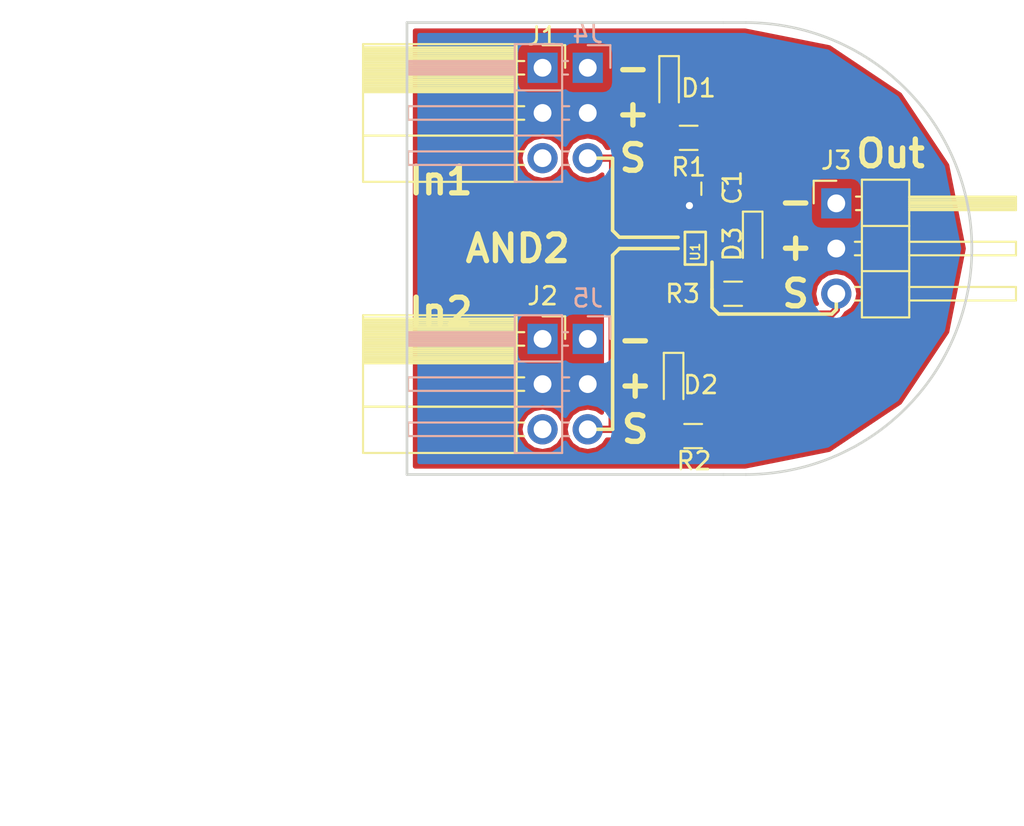
<source format=kicad_pcb>
(kicad_pcb (version 4) (host pcbnew 4.0.7)

  (general
    (links 26)
    (no_connects 2)
    (area 101.826287 86.962001 156.825001 141.130001)
    (thickness 1.6)
    (drawings 39)
    (tracks 37)
    (zones 0)
    (modules 13)
    (nets 9)
  )

  (page A4)
  (layers
    (0 F.Cu signal)
    (31 B.Cu signal)
    (32 B.Adhes user)
    (33 F.Adhes user)
    (34 B.Paste user)
    (35 F.Paste user)
    (36 B.SilkS user)
    (37 F.SilkS user)
    (38 B.Mask user)
    (39 F.Mask user)
    (40 Dwgs.User user)
    (41 Cmts.User user)
    (42 Eco1.User user)
    (43 Eco2.User user)
    (44 Edge.Cuts user)
    (45 Margin user)
    (46 B.CrtYd user)
    (47 F.CrtYd user)
    (48 B.Fab user)
    (49 F.Fab user)
  )

  (setup
    (last_trace_width 0.4064)
    (user_trace_width 0.4064)
    (trace_clearance 0.2)
    (zone_clearance 0.254)
    (zone_45_only no)
    (trace_min 0.2)
    (segment_width 0.2)
    (edge_width 0.15)
    (via_size 0.6)
    (via_drill 0.4)
    (via_min_size 0.4)
    (via_min_drill 0.3)
    (uvia_size 0.3)
    (uvia_drill 0.1)
    (uvias_allowed no)
    (uvia_min_size 0.2)
    (uvia_min_drill 0.1)
    (pcb_text_width 0.3)
    (pcb_text_size 1.5 1.5)
    (mod_edge_width 0.15)
    (mod_text_size 1 1)
    (mod_text_width 0.15)
    (pad_size 1.524 1.524)
    (pad_drill 0.762)
    (pad_to_mask_clearance 0.2)
    (aux_axis_origin 0 0)
    (visible_elements 7FFFFFFF)
    (pcbplotparams
      (layerselection 0x00030_80000001)
      (usegerberextensions false)
      (excludeedgelayer true)
      (linewidth 0.100000)
      (plotframeref false)
      (viasonmask false)
      (mode 1)
      (useauxorigin false)
      (hpglpennumber 1)
      (hpglpenspeed 20)
      (hpglpendiameter 15)
      (hpglpenoverlay 2)
      (psnegative false)
      (psa4output false)
      (plotreference true)
      (plotvalue true)
      (plotinvisibletext false)
      (padsonsilk false)
      (subtractmaskfromsilk false)
      (outputformat 1)
      (mirror false)
      (drillshape 1)
      (scaleselection 1)
      (outputdirectory ""))
  )

  (net 0 "")
  (net 1 Vin)
  (net 2 GND)
  (net 3 "Net-(D1-Pad2)")
  (net 4 "Net-(D2-Pad2)")
  (net 5 "Net-(D3-Pad2)")
  (net 6 /In1)
  (net 7 /In2)
  (net 8 /Out)

  (net_class Default "This is the default net class."
    (clearance 0.2)
    (trace_width 0.25)
    (via_dia 0.6)
    (via_drill 0.4)
    (uvia_dia 0.3)
    (uvia_drill 0.1)
    (add_net /In1)
    (add_net /In2)
    (add_net /Out)
    (add_net GND)
    (add_net "Net-(D1-Pad2)")
    (add_net "Net-(D2-Pad2)")
    (add_net "Net-(D3-Pad2)")
    (add_net Vin)
  )

  (module Pin_Headers:Pin_Header_Angled_1x03_Pitch2.54mm (layer B.Cu) (tedit 59650532) (tstamp 5AF1DC71)
    (at 132.08 100.33 180)
    (descr "Through hole angled pin header, 1x03, 2.54mm pitch, 6mm pin length, single row")
    (tags "Through hole angled pin header THT 1x03 2.54mm single row")
    (path /5AF0AF18)
    (fp_text reference J4 (at 0 1.905 180) (layer B.SilkS)
      (effects (font (size 1 1) (thickness 0.15)) (justify mirror))
    )
    (fp_text value Thru1 (at 4.385 -7.35 180) (layer B.Fab)
      (effects (font (size 1 1) (thickness 0.15)) (justify mirror))
    )
    (fp_line (start 2.135 1.27) (end 4.04 1.27) (layer B.Fab) (width 0.1))
    (fp_line (start 4.04 1.27) (end 4.04 -6.35) (layer B.Fab) (width 0.1))
    (fp_line (start 4.04 -6.35) (end 1.5 -6.35) (layer B.Fab) (width 0.1))
    (fp_line (start 1.5 -6.35) (end 1.5 0.635) (layer B.Fab) (width 0.1))
    (fp_line (start 1.5 0.635) (end 2.135 1.27) (layer B.Fab) (width 0.1))
    (fp_line (start -0.32 0.32) (end 1.5 0.32) (layer B.Fab) (width 0.1))
    (fp_line (start -0.32 0.32) (end -0.32 -0.32) (layer B.Fab) (width 0.1))
    (fp_line (start -0.32 -0.32) (end 1.5 -0.32) (layer B.Fab) (width 0.1))
    (fp_line (start 4.04 0.32) (end 10.04 0.32) (layer B.Fab) (width 0.1))
    (fp_line (start 10.04 0.32) (end 10.04 -0.32) (layer B.Fab) (width 0.1))
    (fp_line (start 4.04 -0.32) (end 10.04 -0.32) (layer B.Fab) (width 0.1))
    (fp_line (start -0.32 -2.22) (end 1.5 -2.22) (layer B.Fab) (width 0.1))
    (fp_line (start -0.32 -2.22) (end -0.32 -2.86) (layer B.Fab) (width 0.1))
    (fp_line (start -0.32 -2.86) (end 1.5 -2.86) (layer B.Fab) (width 0.1))
    (fp_line (start 4.04 -2.22) (end 10.04 -2.22) (layer B.Fab) (width 0.1))
    (fp_line (start 10.04 -2.22) (end 10.04 -2.86) (layer B.Fab) (width 0.1))
    (fp_line (start 4.04 -2.86) (end 10.04 -2.86) (layer B.Fab) (width 0.1))
    (fp_line (start -0.32 -4.76) (end 1.5 -4.76) (layer B.Fab) (width 0.1))
    (fp_line (start -0.32 -4.76) (end -0.32 -5.4) (layer B.Fab) (width 0.1))
    (fp_line (start -0.32 -5.4) (end 1.5 -5.4) (layer B.Fab) (width 0.1))
    (fp_line (start 4.04 -4.76) (end 10.04 -4.76) (layer B.Fab) (width 0.1))
    (fp_line (start 10.04 -4.76) (end 10.04 -5.4) (layer B.Fab) (width 0.1))
    (fp_line (start 4.04 -5.4) (end 10.04 -5.4) (layer B.Fab) (width 0.1))
    (fp_line (start 1.44 1.33) (end 1.44 -6.41) (layer B.SilkS) (width 0.12))
    (fp_line (start 1.44 -6.41) (end 4.1 -6.41) (layer B.SilkS) (width 0.12))
    (fp_line (start 4.1 -6.41) (end 4.1 1.33) (layer B.SilkS) (width 0.12))
    (fp_line (start 4.1 1.33) (end 1.44 1.33) (layer B.SilkS) (width 0.12))
    (fp_line (start 4.1 0.38) (end 10.1 0.38) (layer B.SilkS) (width 0.12))
    (fp_line (start 10.1 0.38) (end 10.1 -0.38) (layer B.SilkS) (width 0.12))
    (fp_line (start 10.1 -0.38) (end 4.1 -0.38) (layer B.SilkS) (width 0.12))
    (fp_line (start 4.1 0.32) (end 10.1 0.32) (layer B.SilkS) (width 0.12))
    (fp_line (start 4.1 0.2) (end 10.1 0.2) (layer B.SilkS) (width 0.12))
    (fp_line (start 4.1 0.08) (end 10.1 0.08) (layer B.SilkS) (width 0.12))
    (fp_line (start 4.1 -0.04) (end 10.1 -0.04) (layer B.SilkS) (width 0.12))
    (fp_line (start 4.1 -0.16) (end 10.1 -0.16) (layer B.SilkS) (width 0.12))
    (fp_line (start 4.1 -0.28) (end 10.1 -0.28) (layer B.SilkS) (width 0.12))
    (fp_line (start 1.11 0.38) (end 1.44 0.38) (layer B.SilkS) (width 0.12))
    (fp_line (start 1.11 -0.38) (end 1.44 -0.38) (layer B.SilkS) (width 0.12))
    (fp_line (start 1.44 -1.27) (end 4.1 -1.27) (layer B.SilkS) (width 0.12))
    (fp_line (start 4.1 -2.16) (end 10.1 -2.16) (layer B.SilkS) (width 0.12))
    (fp_line (start 10.1 -2.16) (end 10.1 -2.92) (layer B.SilkS) (width 0.12))
    (fp_line (start 10.1 -2.92) (end 4.1 -2.92) (layer B.SilkS) (width 0.12))
    (fp_line (start 1.042929 -2.16) (end 1.44 -2.16) (layer B.SilkS) (width 0.12))
    (fp_line (start 1.042929 -2.92) (end 1.44 -2.92) (layer B.SilkS) (width 0.12))
    (fp_line (start 1.44 -3.81) (end 4.1 -3.81) (layer B.SilkS) (width 0.12))
    (fp_line (start 4.1 -4.7) (end 10.1 -4.7) (layer B.SilkS) (width 0.12))
    (fp_line (start 10.1 -4.7) (end 10.1 -5.46) (layer B.SilkS) (width 0.12))
    (fp_line (start 10.1 -5.46) (end 4.1 -5.46) (layer B.SilkS) (width 0.12))
    (fp_line (start 1.042929 -4.7) (end 1.44 -4.7) (layer B.SilkS) (width 0.12))
    (fp_line (start 1.042929 -5.46) (end 1.44 -5.46) (layer B.SilkS) (width 0.12))
    (fp_line (start -1.27 0) (end -1.27 1.27) (layer B.SilkS) (width 0.12))
    (fp_line (start -1.27 1.27) (end 0 1.27) (layer B.SilkS) (width 0.12))
    (fp_line (start -1.8 1.8) (end -1.8 -6.85) (layer B.CrtYd) (width 0.05))
    (fp_line (start -1.8 -6.85) (end 10.55 -6.85) (layer B.CrtYd) (width 0.05))
    (fp_line (start 10.55 -6.85) (end 10.55 1.8) (layer B.CrtYd) (width 0.05))
    (fp_line (start 10.55 1.8) (end -1.8 1.8) (layer B.CrtYd) (width 0.05))
    (fp_text user %R (at 2.77 -2.54 450) (layer B.Fab)
      (effects (font (size 1 1) (thickness 0.15)) (justify mirror))
    )
    (pad 1 thru_hole rect (at 0 0 180) (size 1.7 1.7) (drill 1) (layers *.Cu *.Mask)
      (net 2 GND))
    (pad 2 thru_hole oval (at 0 -2.54 180) (size 1.7 1.7) (drill 1) (layers *.Cu *.Mask)
      (net 1 Vin))
    (pad 3 thru_hole oval (at 0 -5.08 180) (size 1.7 1.7) (drill 1) (layers *.Cu *.Mask)
      (net 6 /In1))
    (model ${KISYS3DMOD}/Pin_Headers.3dshapes/Pin_Header_Angled_1x03_Pitch2.54mm.wrl
      (at (xyz 0 0 0))
      (scale (xyz 1 1 1))
      (rotate (xyz 0 0 0))
    )
  )

  (module Capacitors_SMD:C_0603_HandSoldering (layer F.Cu) (tedit 58AA848B) (tstamp 5AF1DB16)
    (at 139.065 107.127 90)
    (descr "Capacitor SMD 0603, hand soldering")
    (tags "capacitor 0603")
    (path /5AF1E0FC)
    (attr smd)
    (fp_text reference C1 (at 0.066 1.143 270) (layer F.SilkS)
      (effects (font (size 1 1) (thickness 0.15)))
    )
    (fp_text value 10u (at 0 1.5 90) (layer F.Fab)
      (effects (font (size 1 1) (thickness 0.15)))
    )
    (fp_text user %R (at 0 -1.25 90) (layer F.Fab)
      (effects (font (size 1 1) (thickness 0.15)))
    )
    (fp_line (start -0.8 0.4) (end -0.8 -0.4) (layer F.Fab) (width 0.1))
    (fp_line (start 0.8 0.4) (end -0.8 0.4) (layer F.Fab) (width 0.1))
    (fp_line (start 0.8 -0.4) (end 0.8 0.4) (layer F.Fab) (width 0.1))
    (fp_line (start -0.8 -0.4) (end 0.8 -0.4) (layer F.Fab) (width 0.1))
    (fp_line (start -0.35 -0.6) (end 0.35 -0.6) (layer F.SilkS) (width 0.12))
    (fp_line (start 0.35 0.6) (end -0.35 0.6) (layer F.SilkS) (width 0.12))
    (fp_line (start -1.8 -0.65) (end 1.8 -0.65) (layer F.CrtYd) (width 0.05))
    (fp_line (start -1.8 -0.65) (end -1.8 0.65) (layer F.CrtYd) (width 0.05))
    (fp_line (start 1.8 0.65) (end 1.8 -0.65) (layer F.CrtYd) (width 0.05))
    (fp_line (start 1.8 0.65) (end -1.8 0.65) (layer F.CrtYd) (width 0.05))
    (pad 1 smd rect (at -0.95 0 90) (size 1.2 0.75) (layers F.Cu F.Paste F.Mask)
      (net 1 Vin))
    (pad 2 smd rect (at 0.95 0 90) (size 1.2 0.75) (layers F.Cu F.Paste F.Mask)
      (net 2 GND))
    (model Capacitors_SMD.3dshapes/C_0603.wrl
      (at (xyz 0 0 0))
      (scale (xyz 1 1 1))
      (rotate (xyz 0 0 0))
    )
  )

  (module LEDs:LED_0603_HandSoldering (layer F.Cu) (tedit 595FC9C0) (tstamp 5AF1DB2B)
    (at 136.652 101.473 270)
    (descr "LED SMD 0603, hand soldering")
    (tags "LED 0603")
    (path /5AF0B57F)
    (attr smd)
    (fp_text reference D1 (at 0 -1.651 360) (layer F.SilkS)
      (effects (font (size 1 1) (thickness 0.15)))
    )
    (fp_text value In1 (at 0 1.55 270) (layer F.Fab)
      (effects (font (size 1 1) (thickness 0.15)))
    )
    (fp_line (start -1.8 -0.55) (end -1.8 0.55) (layer F.SilkS) (width 0.12))
    (fp_line (start -0.2 -0.2) (end -0.2 0.2) (layer F.Fab) (width 0.1))
    (fp_line (start -0.15 0) (end 0.15 -0.2) (layer F.Fab) (width 0.1))
    (fp_line (start 0.15 0.2) (end -0.15 0) (layer F.Fab) (width 0.1))
    (fp_line (start 0.15 -0.2) (end 0.15 0.2) (layer F.Fab) (width 0.1))
    (fp_line (start 0.8 0.4) (end -0.8 0.4) (layer F.Fab) (width 0.1))
    (fp_line (start 0.8 -0.4) (end 0.8 0.4) (layer F.Fab) (width 0.1))
    (fp_line (start -0.8 -0.4) (end 0.8 -0.4) (layer F.Fab) (width 0.1))
    (fp_line (start -1.8 0.55) (end 0.8 0.55) (layer F.SilkS) (width 0.12))
    (fp_line (start -1.8 -0.55) (end 0.8 -0.55) (layer F.SilkS) (width 0.12))
    (fp_line (start -1.96 -0.7) (end 1.95 -0.7) (layer F.CrtYd) (width 0.05))
    (fp_line (start -1.96 -0.7) (end -1.96 0.7) (layer F.CrtYd) (width 0.05))
    (fp_line (start 1.95 0.7) (end 1.95 -0.7) (layer F.CrtYd) (width 0.05))
    (fp_line (start 1.95 0.7) (end -1.96 0.7) (layer F.CrtYd) (width 0.05))
    (fp_line (start -0.8 -0.4) (end -0.8 0.4) (layer F.Fab) (width 0.1))
    (pad 1 smd rect (at -1.1 0 270) (size 1.2 0.9) (layers F.Cu F.Paste F.Mask)
      (net 2 GND))
    (pad 2 smd rect (at 1.1 0 270) (size 1.2 0.9) (layers F.Cu F.Paste F.Mask)
      (net 3 "Net-(D1-Pad2)"))
    (model ${KISYS3DMOD}/LEDs.3dshapes/LED_0603.wrl
      (at (xyz 0 0 0))
      (scale (xyz 1 1 1))
      (rotate (xyz 0 0 180))
    )
  )

  (module LEDs:LED_0603_HandSoldering (layer F.Cu) (tedit 595FC9C0) (tstamp 5AF1DB40)
    (at 136.906 118.153 270)
    (descr "LED SMD 0603, hand soldering")
    (tags "LED 0603")
    (path /5AF0B184)
    (attr smd)
    (fp_text reference D2 (at 0 -1.524 360) (layer F.SilkS)
      (effects (font (size 1 1) (thickness 0.15)))
    )
    (fp_text value In2 (at 0 1.55 270) (layer F.Fab)
      (effects (font (size 1 1) (thickness 0.15)))
    )
    (fp_line (start -1.8 -0.55) (end -1.8 0.55) (layer F.SilkS) (width 0.12))
    (fp_line (start -0.2 -0.2) (end -0.2 0.2) (layer F.Fab) (width 0.1))
    (fp_line (start -0.15 0) (end 0.15 -0.2) (layer F.Fab) (width 0.1))
    (fp_line (start 0.15 0.2) (end -0.15 0) (layer F.Fab) (width 0.1))
    (fp_line (start 0.15 -0.2) (end 0.15 0.2) (layer F.Fab) (width 0.1))
    (fp_line (start 0.8 0.4) (end -0.8 0.4) (layer F.Fab) (width 0.1))
    (fp_line (start 0.8 -0.4) (end 0.8 0.4) (layer F.Fab) (width 0.1))
    (fp_line (start -0.8 -0.4) (end 0.8 -0.4) (layer F.Fab) (width 0.1))
    (fp_line (start -1.8 0.55) (end 0.8 0.55) (layer F.SilkS) (width 0.12))
    (fp_line (start -1.8 -0.55) (end 0.8 -0.55) (layer F.SilkS) (width 0.12))
    (fp_line (start -1.96 -0.7) (end 1.95 -0.7) (layer F.CrtYd) (width 0.05))
    (fp_line (start -1.96 -0.7) (end -1.96 0.7) (layer F.CrtYd) (width 0.05))
    (fp_line (start 1.95 0.7) (end 1.95 -0.7) (layer F.CrtYd) (width 0.05))
    (fp_line (start 1.95 0.7) (end -1.96 0.7) (layer F.CrtYd) (width 0.05))
    (fp_line (start -0.8 -0.4) (end -0.8 0.4) (layer F.Fab) (width 0.1))
    (pad 1 smd rect (at -1.1 0 270) (size 1.2 0.9) (layers F.Cu F.Paste F.Mask)
      (net 2 GND))
    (pad 2 smd rect (at 1.1 0 270) (size 1.2 0.9) (layers F.Cu F.Paste F.Mask)
      (net 4 "Net-(D2-Pad2)"))
    (model ${KISYS3DMOD}/LEDs.3dshapes/LED_0603.wrl
      (at (xyz 0 0 0))
      (scale (xyz 1 1 1))
      (rotate (xyz 0 0 180))
    )
  )

  (module LEDs:LED_0603_HandSoldering (layer F.Cu) (tedit 595FC9C0) (tstamp 5AF1DB55)
    (at 141.351 110.2155 270)
    (descr "LED SMD 0603, hand soldering")
    (tags "LED 0603")
    (path /5AF0B5FF)
    (attr smd)
    (fp_text reference D3 (at 0.0205 1.143 450) (layer F.SilkS)
      (effects (font (size 1 1) (thickness 0.15)))
    )
    (fp_text value Out (at 0 1.55 270) (layer F.Fab)
      (effects (font (size 1 1) (thickness 0.15)))
    )
    (fp_line (start -1.8 -0.55) (end -1.8 0.55) (layer F.SilkS) (width 0.12))
    (fp_line (start -0.2 -0.2) (end -0.2 0.2) (layer F.Fab) (width 0.1))
    (fp_line (start -0.15 0) (end 0.15 -0.2) (layer F.Fab) (width 0.1))
    (fp_line (start 0.15 0.2) (end -0.15 0) (layer F.Fab) (width 0.1))
    (fp_line (start 0.15 -0.2) (end 0.15 0.2) (layer F.Fab) (width 0.1))
    (fp_line (start 0.8 0.4) (end -0.8 0.4) (layer F.Fab) (width 0.1))
    (fp_line (start 0.8 -0.4) (end 0.8 0.4) (layer F.Fab) (width 0.1))
    (fp_line (start -0.8 -0.4) (end 0.8 -0.4) (layer F.Fab) (width 0.1))
    (fp_line (start -1.8 0.55) (end 0.8 0.55) (layer F.SilkS) (width 0.12))
    (fp_line (start -1.8 -0.55) (end 0.8 -0.55) (layer F.SilkS) (width 0.12))
    (fp_line (start -1.96 -0.7) (end 1.95 -0.7) (layer F.CrtYd) (width 0.05))
    (fp_line (start -1.96 -0.7) (end -1.96 0.7) (layer F.CrtYd) (width 0.05))
    (fp_line (start 1.95 0.7) (end 1.95 -0.7) (layer F.CrtYd) (width 0.05))
    (fp_line (start 1.95 0.7) (end -1.96 0.7) (layer F.CrtYd) (width 0.05))
    (fp_line (start -0.8 -0.4) (end -0.8 0.4) (layer F.Fab) (width 0.1))
    (pad 1 smd rect (at -1.1 0 270) (size 1.2 0.9) (layers F.Cu F.Paste F.Mask)
      (net 2 GND))
    (pad 2 smd rect (at 1.1 0 270) (size 1.2 0.9) (layers F.Cu F.Paste F.Mask)
      (net 5 "Net-(D3-Pad2)"))
    (model ${KISYS3DMOD}/LEDs.3dshapes/LED_0603.wrl
      (at (xyz 0 0 0))
      (scale (xyz 1 1 1))
      (rotate (xyz 0 0 180))
    )
  )

  (module Socket_Strips:Socket_Strip_Angled_1x03_Pitch2.54mm (layer F.Cu) (tedit 58CD5446) (tstamp 5AF1DBA3)
    (at 129.54 100.33)
    (descr "Through hole angled socket strip, 1x03, 2.54mm pitch, 8.51mm socket length, single row")
    (tags "Through hole angled socket strip THT 1x03 2.54mm single row")
    (path /5AF0AE86)
    (fp_text reference J1 (at 0 -1.778) (layer F.SilkS)
      (effects (font (size 1 1) (thickness 0.15)))
    )
    (fp_text value In1 (at -4.38 7.35) (layer F.Fab)
      (effects (font (size 1 1) (thickness 0.15)))
    )
    (fp_line (start -1.52 -1.27) (end -1.52 1.27) (layer F.Fab) (width 0.1))
    (fp_line (start -1.52 1.27) (end -10.03 1.27) (layer F.Fab) (width 0.1))
    (fp_line (start -10.03 1.27) (end -10.03 -1.27) (layer F.Fab) (width 0.1))
    (fp_line (start -10.03 -1.27) (end -1.52 -1.27) (layer F.Fab) (width 0.1))
    (fp_line (start 0 -0.32) (end 0 0.32) (layer F.Fab) (width 0.1))
    (fp_line (start 0 0.32) (end -1.52 0.32) (layer F.Fab) (width 0.1))
    (fp_line (start -1.52 0.32) (end -1.52 -0.32) (layer F.Fab) (width 0.1))
    (fp_line (start -1.52 -0.32) (end 0 -0.32) (layer F.Fab) (width 0.1))
    (fp_line (start -1.52 1.27) (end -1.52 3.81) (layer F.Fab) (width 0.1))
    (fp_line (start -1.52 3.81) (end -10.03 3.81) (layer F.Fab) (width 0.1))
    (fp_line (start -10.03 3.81) (end -10.03 1.27) (layer F.Fab) (width 0.1))
    (fp_line (start -10.03 1.27) (end -1.52 1.27) (layer F.Fab) (width 0.1))
    (fp_line (start 0 2.22) (end 0 2.86) (layer F.Fab) (width 0.1))
    (fp_line (start 0 2.86) (end -1.52 2.86) (layer F.Fab) (width 0.1))
    (fp_line (start -1.52 2.86) (end -1.52 2.22) (layer F.Fab) (width 0.1))
    (fp_line (start -1.52 2.22) (end 0 2.22) (layer F.Fab) (width 0.1))
    (fp_line (start -1.52 3.81) (end -1.52 6.35) (layer F.Fab) (width 0.1))
    (fp_line (start -1.52 6.35) (end -10.03 6.35) (layer F.Fab) (width 0.1))
    (fp_line (start -10.03 6.35) (end -10.03 3.81) (layer F.Fab) (width 0.1))
    (fp_line (start -10.03 3.81) (end -1.52 3.81) (layer F.Fab) (width 0.1))
    (fp_line (start 0 4.76) (end 0 5.4) (layer F.Fab) (width 0.1))
    (fp_line (start 0 5.4) (end -1.52 5.4) (layer F.Fab) (width 0.1))
    (fp_line (start -1.52 5.4) (end -1.52 4.76) (layer F.Fab) (width 0.1))
    (fp_line (start -1.52 4.76) (end 0 4.76) (layer F.Fab) (width 0.1))
    (fp_line (start -1.46 -1.33) (end -1.46 1.27) (layer F.SilkS) (width 0.12))
    (fp_line (start -1.46 1.27) (end -10.09 1.27) (layer F.SilkS) (width 0.12))
    (fp_line (start -10.09 1.27) (end -10.09 -1.33) (layer F.SilkS) (width 0.12))
    (fp_line (start -10.09 -1.33) (end -1.46 -1.33) (layer F.SilkS) (width 0.12))
    (fp_line (start -1.03 -0.38) (end -1.46 -0.38) (layer F.SilkS) (width 0.12))
    (fp_line (start -1.03 0.38) (end -1.46 0.38) (layer F.SilkS) (width 0.12))
    (fp_line (start -1.46 -1.15) (end -10.09 -1.15) (layer F.SilkS) (width 0.12))
    (fp_line (start -1.46 -1.03) (end -10.09 -1.03) (layer F.SilkS) (width 0.12))
    (fp_line (start -1.46 -0.91) (end -10.09 -0.91) (layer F.SilkS) (width 0.12))
    (fp_line (start -1.46 -0.79) (end -10.09 -0.79) (layer F.SilkS) (width 0.12))
    (fp_line (start -1.46 -0.67) (end -10.09 -0.67) (layer F.SilkS) (width 0.12))
    (fp_line (start -1.46 -0.55) (end -10.09 -0.55) (layer F.SilkS) (width 0.12))
    (fp_line (start -1.46 -0.43) (end -10.09 -0.43) (layer F.SilkS) (width 0.12))
    (fp_line (start -1.46 -0.31) (end -10.09 -0.31) (layer F.SilkS) (width 0.12))
    (fp_line (start -1.46 -0.19) (end -10.09 -0.19) (layer F.SilkS) (width 0.12))
    (fp_line (start -1.46 -0.07) (end -10.09 -0.07) (layer F.SilkS) (width 0.12))
    (fp_line (start -1.46 0.05) (end -10.09 0.05) (layer F.SilkS) (width 0.12))
    (fp_line (start -1.46 0.17) (end -10.09 0.17) (layer F.SilkS) (width 0.12))
    (fp_line (start -1.46 0.29) (end -10.09 0.29) (layer F.SilkS) (width 0.12))
    (fp_line (start -1.46 0.41) (end -10.09 0.41) (layer F.SilkS) (width 0.12))
    (fp_line (start -1.46 0.53) (end -10.09 0.53) (layer F.SilkS) (width 0.12))
    (fp_line (start -1.46 0.65) (end -10.09 0.65) (layer F.SilkS) (width 0.12))
    (fp_line (start -1.46 0.77) (end -10.09 0.77) (layer F.SilkS) (width 0.12))
    (fp_line (start -1.46 0.89) (end -10.09 0.89) (layer F.SilkS) (width 0.12))
    (fp_line (start -1.46 1.01) (end -10.09 1.01) (layer F.SilkS) (width 0.12))
    (fp_line (start -1.46 1.13) (end -10.09 1.13) (layer F.SilkS) (width 0.12))
    (fp_line (start -1.46 1.25) (end -10.09 1.25) (layer F.SilkS) (width 0.12))
    (fp_line (start -1.46 1.37) (end -10.09 1.37) (layer F.SilkS) (width 0.12))
    (fp_line (start -1.46 1.27) (end -1.46 3.81) (layer F.SilkS) (width 0.12))
    (fp_line (start -1.46 3.81) (end -10.09 3.81) (layer F.SilkS) (width 0.12))
    (fp_line (start -10.09 3.81) (end -10.09 1.27) (layer F.SilkS) (width 0.12))
    (fp_line (start -10.09 1.27) (end -1.46 1.27) (layer F.SilkS) (width 0.12))
    (fp_line (start -1.03 2.16) (end -1.46 2.16) (layer F.SilkS) (width 0.12))
    (fp_line (start -1.03 2.92) (end -1.46 2.92) (layer F.SilkS) (width 0.12))
    (fp_line (start -1.46 3.81) (end -1.46 6.41) (layer F.SilkS) (width 0.12))
    (fp_line (start -1.46 6.41) (end -10.09 6.41) (layer F.SilkS) (width 0.12))
    (fp_line (start -10.09 6.41) (end -10.09 3.81) (layer F.SilkS) (width 0.12))
    (fp_line (start -10.09 3.81) (end -1.46 3.81) (layer F.SilkS) (width 0.12))
    (fp_line (start -1.03 4.7) (end -1.46 4.7) (layer F.SilkS) (width 0.12))
    (fp_line (start -1.03 5.46) (end -1.46 5.46) (layer F.SilkS) (width 0.12))
    (fp_line (start 0 -1.27) (end 1.27 -1.27) (layer F.SilkS) (width 0.12))
    (fp_line (start 1.27 -1.27) (end 1.27 0) (layer F.SilkS) (width 0.12))
    (fp_line (start 1.8 -1.8) (end 1.8 6.85) (layer F.CrtYd) (width 0.05))
    (fp_line (start 1.8 6.85) (end -10.55 6.85) (layer F.CrtYd) (width 0.05))
    (fp_line (start -10.55 6.85) (end -10.55 -1.8) (layer F.CrtYd) (width 0.05))
    (fp_line (start -10.55 -1.8) (end 1.8 -1.8) (layer F.CrtYd) (width 0.05))
    (fp_text user %R (at -4.38 -2.27) (layer F.Fab)
      (effects (font (size 1 1) (thickness 0.15)))
    )
    (pad 1 thru_hole rect (at 0 0) (size 1.7 1.7) (drill 1) (layers *.Cu *.Mask)
      (net 2 GND))
    (pad 2 thru_hole oval (at 0 2.54) (size 1.7 1.7) (drill 1) (layers *.Cu *.Mask)
      (net 1 Vin))
    (pad 3 thru_hole oval (at 0 5.08) (size 1.7 1.7) (drill 1) (layers *.Cu *.Mask)
      (net 6 /In1))
    (model ${KISYS3DMOD}/Socket_Strips.3dshapes/Socket_Strip_Angled_1x03_Pitch2.54mm.wrl
      (at (xyz 0 -0.1 0))
      (scale (xyz 1 1 1))
      (rotate (xyz 0 0 270))
    )
  )

  (module Socket_Strips:Socket_Strip_Angled_1x03_Pitch2.54mm (layer F.Cu) (tedit 58CD5446) (tstamp 5AF1DBF1)
    (at 129.54 115.57)
    (descr "Through hole angled socket strip, 1x03, 2.54mm pitch, 8.51mm socket length, single row")
    (tags "Through hole angled socket strip THT 1x03 2.54mm single row")
    (path /5AF0AEBC)
    (fp_text reference J2 (at 0 -2.413) (layer F.SilkS)
      (effects (font (size 1 1) (thickness 0.15)))
    )
    (fp_text value In2 (at -4.38 7.35) (layer F.Fab)
      (effects (font (size 1 1) (thickness 0.15)))
    )
    (fp_line (start -1.52 -1.27) (end -1.52 1.27) (layer F.Fab) (width 0.1))
    (fp_line (start -1.52 1.27) (end -10.03 1.27) (layer F.Fab) (width 0.1))
    (fp_line (start -10.03 1.27) (end -10.03 -1.27) (layer F.Fab) (width 0.1))
    (fp_line (start -10.03 -1.27) (end -1.52 -1.27) (layer F.Fab) (width 0.1))
    (fp_line (start 0 -0.32) (end 0 0.32) (layer F.Fab) (width 0.1))
    (fp_line (start 0 0.32) (end -1.52 0.32) (layer F.Fab) (width 0.1))
    (fp_line (start -1.52 0.32) (end -1.52 -0.32) (layer F.Fab) (width 0.1))
    (fp_line (start -1.52 -0.32) (end 0 -0.32) (layer F.Fab) (width 0.1))
    (fp_line (start -1.52 1.27) (end -1.52 3.81) (layer F.Fab) (width 0.1))
    (fp_line (start -1.52 3.81) (end -10.03 3.81) (layer F.Fab) (width 0.1))
    (fp_line (start -10.03 3.81) (end -10.03 1.27) (layer F.Fab) (width 0.1))
    (fp_line (start -10.03 1.27) (end -1.52 1.27) (layer F.Fab) (width 0.1))
    (fp_line (start 0 2.22) (end 0 2.86) (layer F.Fab) (width 0.1))
    (fp_line (start 0 2.86) (end -1.52 2.86) (layer F.Fab) (width 0.1))
    (fp_line (start -1.52 2.86) (end -1.52 2.22) (layer F.Fab) (width 0.1))
    (fp_line (start -1.52 2.22) (end 0 2.22) (layer F.Fab) (width 0.1))
    (fp_line (start -1.52 3.81) (end -1.52 6.35) (layer F.Fab) (width 0.1))
    (fp_line (start -1.52 6.35) (end -10.03 6.35) (layer F.Fab) (width 0.1))
    (fp_line (start -10.03 6.35) (end -10.03 3.81) (layer F.Fab) (width 0.1))
    (fp_line (start -10.03 3.81) (end -1.52 3.81) (layer F.Fab) (width 0.1))
    (fp_line (start 0 4.76) (end 0 5.4) (layer F.Fab) (width 0.1))
    (fp_line (start 0 5.4) (end -1.52 5.4) (layer F.Fab) (width 0.1))
    (fp_line (start -1.52 5.4) (end -1.52 4.76) (layer F.Fab) (width 0.1))
    (fp_line (start -1.52 4.76) (end 0 4.76) (layer F.Fab) (width 0.1))
    (fp_line (start -1.46 -1.33) (end -1.46 1.27) (layer F.SilkS) (width 0.12))
    (fp_line (start -1.46 1.27) (end -10.09 1.27) (layer F.SilkS) (width 0.12))
    (fp_line (start -10.09 1.27) (end -10.09 -1.33) (layer F.SilkS) (width 0.12))
    (fp_line (start -10.09 -1.33) (end -1.46 -1.33) (layer F.SilkS) (width 0.12))
    (fp_line (start -1.03 -0.38) (end -1.46 -0.38) (layer F.SilkS) (width 0.12))
    (fp_line (start -1.03 0.38) (end -1.46 0.38) (layer F.SilkS) (width 0.12))
    (fp_line (start -1.46 -1.15) (end -10.09 -1.15) (layer F.SilkS) (width 0.12))
    (fp_line (start -1.46 -1.03) (end -10.09 -1.03) (layer F.SilkS) (width 0.12))
    (fp_line (start -1.46 -0.91) (end -10.09 -0.91) (layer F.SilkS) (width 0.12))
    (fp_line (start -1.46 -0.79) (end -10.09 -0.79) (layer F.SilkS) (width 0.12))
    (fp_line (start -1.46 -0.67) (end -10.09 -0.67) (layer F.SilkS) (width 0.12))
    (fp_line (start -1.46 -0.55) (end -10.09 -0.55) (layer F.SilkS) (width 0.12))
    (fp_line (start -1.46 -0.43) (end -10.09 -0.43) (layer F.SilkS) (width 0.12))
    (fp_line (start -1.46 -0.31) (end -10.09 -0.31) (layer F.SilkS) (width 0.12))
    (fp_line (start -1.46 -0.19) (end -10.09 -0.19) (layer F.SilkS) (width 0.12))
    (fp_line (start -1.46 -0.07) (end -10.09 -0.07) (layer F.SilkS) (width 0.12))
    (fp_line (start -1.46 0.05) (end -10.09 0.05) (layer F.SilkS) (width 0.12))
    (fp_line (start -1.46 0.17) (end -10.09 0.17) (layer F.SilkS) (width 0.12))
    (fp_line (start -1.46 0.29) (end -10.09 0.29) (layer F.SilkS) (width 0.12))
    (fp_line (start -1.46 0.41) (end -10.09 0.41) (layer F.SilkS) (width 0.12))
    (fp_line (start -1.46 0.53) (end -10.09 0.53) (layer F.SilkS) (width 0.12))
    (fp_line (start -1.46 0.65) (end -10.09 0.65) (layer F.SilkS) (width 0.12))
    (fp_line (start -1.46 0.77) (end -10.09 0.77) (layer F.SilkS) (width 0.12))
    (fp_line (start -1.46 0.89) (end -10.09 0.89) (layer F.SilkS) (width 0.12))
    (fp_line (start -1.46 1.01) (end -10.09 1.01) (layer F.SilkS) (width 0.12))
    (fp_line (start -1.46 1.13) (end -10.09 1.13) (layer F.SilkS) (width 0.12))
    (fp_line (start -1.46 1.25) (end -10.09 1.25) (layer F.SilkS) (width 0.12))
    (fp_line (start -1.46 1.37) (end -10.09 1.37) (layer F.SilkS) (width 0.12))
    (fp_line (start -1.46 1.27) (end -1.46 3.81) (layer F.SilkS) (width 0.12))
    (fp_line (start -1.46 3.81) (end -10.09 3.81) (layer F.SilkS) (width 0.12))
    (fp_line (start -10.09 3.81) (end -10.09 1.27) (layer F.SilkS) (width 0.12))
    (fp_line (start -10.09 1.27) (end -1.46 1.27) (layer F.SilkS) (width 0.12))
    (fp_line (start -1.03 2.16) (end -1.46 2.16) (layer F.SilkS) (width 0.12))
    (fp_line (start -1.03 2.92) (end -1.46 2.92) (layer F.SilkS) (width 0.12))
    (fp_line (start -1.46 3.81) (end -1.46 6.41) (layer F.SilkS) (width 0.12))
    (fp_line (start -1.46 6.41) (end -10.09 6.41) (layer F.SilkS) (width 0.12))
    (fp_line (start -10.09 6.41) (end -10.09 3.81) (layer F.SilkS) (width 0.12))
    (fp_line (start -10.09 3.81) (end -1.46 3.81) (layer F.SilkS) (width 0.12))
    (fp_line (start -1.03 4.7) (end -1.46 4.7) (layer F.SilkS) (width 0.12))
    (fp_line (start -1.03 5.46) (end -1.46 5.46) (layer F.SilkS) (width 0.12))
    (fp_line (start 0 -1.27) (end 1.27 -1.27) (layer F.SilkS) (width 0.12))
    (fp_line (start 1.27 -1.27) (end 1.27 0) (layer F.SilkS) (width 0.12))
    (fp_line (start 1.8 -1.8) (end 1.8 6.85) (layer F.CrtYd) (width 0.05))
    (fp_line (start 1.8 6.85) (end -10.55 6.85) (layer F.CrtYd) (width 0.05))
    (fp_line (start -10.55 6.85) (end -10.55 -1.8) (layer F.CrtYd) (width 0.05))
    (fp_line (start -10.55 -1.8) (end 1.8 -1.8) (layer F.CrtYd) (width 0.05))
    (fp_text user %R (at -4.38 -2.27) (layer F.Fab)
      (effects (font (size 1 1) (thickness 0.15)))
    )
    (pad 1 thru_hole rect (at 0 0) (size 1.7 1.7) (drill 1) (layers *.Cu *.Mask)
      (net 2 GND))
    (pad 2 thru_hole oval (at 0 2.54) (size 1.7 1.7) (drill 1) (layers *.Cu *.Mask)
      (net 1 Vin))
    (pad 3 thru_hole oval (at 0 5.08) (size 1.7 1.7) (drill 1) (layers *.Cu *.Mask)
      (net 7 /In2))
    (model ${KISYS3DMOD}/Socket_Strips.3dshapes/Socket_Strip_Angled_1x03_Pitch2.54mm.wrl
      (at (xyz 0 -0.1 0))
      (scale (xyz 1 1 1))
      (rotate (xyz 0 0 270))
    )
  )

  (module Pin_Headers:Pin_Header_Angled_1x03_Pitch2.54mm (layer F.Cu) (tedit 59650532) (tstamp 5AF1DC31)
    (at 146.05 107.95)
    (descr "Through hole angled pin header, 1x03, 2.54mm pitch, 6mm pin length, single row")
    (tags "Through hole angled pin header THT 1x03 2.54mm single row")
    (path /5AF0ADF4)
    (fp_text reference J3 (at 0 -2.413) (layer F.SilkS)
      (effects (font (size 1 1) (thickness 0.15)))
    )
    (fp_text value Out (at 4.385 7.35) (layer F.Fab)
      (effects (font (size 1 1) (thickness 0.15)))
    )
    (fp_line (start 2.135 -1.27) (end 4.04 -1.27) (layer F.Fab) (width 0.1))
    (fp_line (start 4.04 -1.27) (end 4.04 6.35) (layer F.Fab) (width 0.1))
    (fp_line (start 4.04 6.35) (end 1.5 6.35) (layer F.Fab) (width 0.1))
    (fp_line (start 1.5 6.35) (end 1.5 -0.635) (layer F.Fab) (width 0.1))
    (fp_line (start 1.5 -0.635) (end 2.135 -1.27) (layer F.Fab) (width 0.1))
    (fp_line (start -0.32 -0.32) (end 1.5 -0.32) (layer F.Fab) (width 0.1))
    (fp_line (start -0.32 -0.32) (end -0.32 0.32) (layer F.Fab) (width 0.1))
    (fp_line (start -0.32 0.32) (end 1.5 0.32) (layer F.Fab) (width 0.1))
    (fp_line (start 4.04 -0.32) (end 10.04 -0.32) (layer F.Fab) (width 0.1))
    (fp_line (start 10.04 -0.32) (end 10.04 0.32) (layer F.Fab) (width 0.1))
    (fp_line (start 4.04 0.32) (end 10.04 0.32) (layer F.Fab) (width 0.1))
    (fp_line (start -0.32 2.22) (end 1.5 2.22) (layer F.Fab) (width 0.1))
    (fp_line (start -0.32 2.22) (end -0.32 2.86) (layer F.Fab) (width 0.1))
    (fp_line (start -0.32 2.86) (end 1.5 2.86) (layer F.Fab) (width 0.1))
    (fp_line (start 4.04 2.22) (end 10.04 2.22) (layer F.Fab) (width 0.1))
    (fp_line (start 10.04 2.22) (end 10.04 2.86) (layer F.Fab) (width 0.1))
    (fp_line (start 4.04 2.86) (end 10.04 2.86) (layer F.Fab) (width 0.1))
    (fp_line (start -0.32 4.76) (end 1.5 4.76) (layer F.Fab) (width 0.1))
    (fp_line (start -0.32 4.76) (end -0.32 5.4) (layer F.Fab) (width 0.1))
    (fp_line (start -0.32 5.4) (end 1.5 5.4) (layer F.Fab) (width 0.1))
    (fp_line (start 4.04 4.76) (end 10.04 4.76) (layer F.Fab) (width 0.1))
    (fp_line (start 10.04 4.76) (end 10.04 5.4) (layer F.Fab) (width 0.1))
    (fp_line (start 4.04 5.4) (end 10.04 5.4) (layer F.Fab) (width 0.1))
    (fp_line (start 1.44 -1.33) (end 1.44 6.41) (layer F.SilkS) (width 0.12))
    (fp_line (start 1.44 6.41) (end 4.1 6.41) (layer F.SilkS) (width 0.12))
    (fp_line (start 4.1 6.41) (end 4.1 -1.33) (layer F.SilkS) (width 0.12))
    (fp_line (start 4.1 -1.33) (end 1.44 -1.33) (layer F.SilkS) (width 0.12))
    (fp_line (start 4.1 -0.38) (end 10.1 -0.38) (layer F.SilkS) (width 0.12))
    (fp_line (start 10.1 -0.38) (end 10.1 0.38) (layer F.SilkS) (width 0.12))
    (fp_line (start 10.1 0.38) (end 4.1 0.38) (layer F.SilkS) (width 0.12))
    (fp_line (start 4.1 -0.32) (end 10.1 -0.32) (layer F.SilkS) (width 0.12))
    (fp_line (start 4.1 -0.2) (end 10.1 -0.2) (layer F.SilkS) (width 0.12))
    (fp_line (start 4.1 -0.08) (end 10.1 -0.08) (layer F.SilkS) (width 0.12))
    (fp_line (start 4.1 0.04) (end 10.1 0.04) (layer F.SilkS) (width 0.12))
    (fp_line (start 4.1 0.16) (end 10.1 0.16) (layer F.SilkS) (width 0.12))
    (fp_line (start 4.1 0.28) (end 10.1 0.28) (layer F.SilkS) (width 0.12))
    (fp_line (start 1.11 -0.38) (end 1.44 -0.38) (layer F.SilkS) (width 0.12))
    (fp_line (start 1.11 0.38) (end 1.44 0.38) (layer F.SilkS) (width 0.12))
    (fp_line (start 1.44 1.27) (end 4.1 1.27) (layer F.SilkS) (width 0.12))
    (fp_line (start 4.1 2.16) (end 10.1 2.16) (layer F.SilkS) (width 0.12))
    (fp_line (start 10.1 2.16) (end 10.1 2.92) (layer F.SilkS) (width 0.12))
    (fp_line (start 10.1 2.92) (end 4.1 2.92) (layer F.SilkS) (width 0.12))
    (fp_line (start 1.042929 2.16) (end 1.44 2.16) (layer F.SilkS) (width 0.12))
    (fp_line (start 1.042929 2.92) (end 1.44 2.92) (layer F.SilkS) (width 0.12))
    (fp_line (start 1.44 3.81) (end 4.1 3.81) (layer F.SilkS) (width 0.12))
    (fp_line (start 4.1 4.7) (end 10.1 4.7) (layer F.SilkS) (width 0.12))
    (fp_line (start 10.1 4.7) (end 10.1 5.46) (layer F.SilkS) (width 0.12))
    (fp_line (start 10.1 5.46) (end 4.1 5.46) (layer F.SilkS) (width 0.12))
    (fp_line (start 1.042929 4.7) (end 1.44 4.7) (layer F.SilkS) (width 0.12))
    (fp_line (start 1.042929 5.46) (end 1.44 5.46) (layer F.SilkS) (width 0.12))
    (fp_line (start -1.27 0) (end -1.27 -1.27) (layer F.SilkS) (width 0.12))
    (fp_line (start -1.27 -1.27) (end 0 -1.27) (layer F.SilkS) (width 0.12))
    (fp_line (start -1.8 -1.8) (end -1.8 6.85) (layer F.CrtYd) (width 0.05))
    (fp_line (start -1.8 6.85) (end 10.55 6.85) (layer F.CrtYd) (width 0.05))
    (fp_line (start 10.55 6.85) (end 10.55 -1.8) (layer F.CrtYd) (width 0.05))
    (fp_line (start 10.55 -1.8) (end -1.8 -1.8) (layer F.CrtYd) (width 0.05))
    (fp_text user %R (at 2.77 2.54 90) (layer F.Fab)
      (effects (font (size 1 1) (thickness 0.15)))
    )
    (pad 1 thru_hole rect (at 0 0) (size 1.7 1.7) (drill 1) (layers *.Cu *.Mask)
      (net 2 GND))
    (pad 2 thru_hole oval (at 0 2.54) (size 1.7 1.7) (drill 1) (layers *.Cu *.Mask)
      (net 1 Vin))
    (pad 3 thru_hole oval (at 0 5.08) (size 1.7 1.7) (drill 1) (layers *.Cu *.Mask)
      (net 8 /Out))
    (model ${KISYS3DMOD}/Pin_Headers.3dshapes/Pin_Header_Angled_1x03_Pitch2.54mm.wrl
      (at (xyz 0 0 0))
      (scale (xyz 1 1 1))
      (rotate (xyz 0 0 0))
    )
  )

  (module Pin_Headers:Pin_Header_Angled_1x03_Pitch2.54mm (layer B.Cu) (tedit 59650532) (tstamp 5AF1DCB1)
    (at 132.08 115.57 180)
    (descr "Through hole angled pin header, 1x03, 2.54mm pitch, 6mm pin length, single row")
    (tags "Through hole angled pin header THT 1x03 2.54mm single row")
    (path /5AF0AEF4)
    (fp_text reference J5 (at 0 2.286 180) (layer B.SilkS)
      (effects (font (size 1 1) (thickness 0.15)) (justify mirror))
    )
    (fp_text value Thru2 (at 4.385 -7.35 180) (layer B.Fab)
      (effects (font (size 1 1) (thickness 0.15)) (justify mirror))
    )
    (fp_line (start 2.135 1.27) (end 4.04 1.27) (layer B.Fab) (width 0.1))
    (fp_line (start 4.04 1.27) (end 4.04 -6.35) (layer B.Fab) (width 0.1))
    (fp_line (start 4.04 -6.35) (end 1.5 -6.35) (layer B.Fab) (width 0.1))
    (fp_line (start 1.5 -6.35) (end 1.5 0.635) (layer B.Fab) (width 0.1))
    (fp_line (start 1.5 0.635) (end 2.135 1.27) (layer B.Fab) (width 0.1))
    (fp_line (start -0.32 0.32) (end 1.5 0.32) (layer B.Fab) (width 0.1))
    (fp_line (start -0.32 0.32) (end -0.32 -0.32) (layer B.Fab) (width 0.1))
    (fp_line (start -0.32 -0.32) (end 1.5 -0.32) (layer B.Fab) (width 0.1))
    (fp_line (start 4.04 0.32) (end 10.04 0.32) (layer B.Fab) (width 0.1))
    (fp_line (start 10.04 0.32) (end 10.04 -0.32) (layer B.Fab) (width 0.1))
    (fp_line (start 4.04 -0.32) (end 10.04 -0.32) (layer B.Fab) (width 0.1))
    (fp_line (start -0.32 -2.22) (end 1.5 -2.22) (layer B.Fab) (width 0.1))
    (fp_line (start -0.32 -2.22) (end -0.32 -2.86) (layer B.Fab) (width 0.1))
    (fp_line (start -0.32 -2.86) (end 1.5 -2.86) (layer B.Fab) (width 0.1))
    (fp_line (start 4.04 -2.22) (end 10.04 -2.22) (layer B.Fab) (width 0.1))
    (fp_line (start 10.04 -2.22) (end 10.04 -2.86) (layer B.Fab) (width 0.1))
    (fp_line (start 4.04 -2.86) (end 10.04 -2.86) (layer B.Fab) (width 0.1))
    (fp_line (start -0.32 -4.76) (end 1.5 -4.76) (layer B.Fab) (width 0.1))
    (fp_line (start -0.32 -4.76) (end -0.32 -5.4) (layer B.Fab) (width 0.1))
    (fp_line (start -0.32 -5.4) (end 1.5 -5.4) (layer B.Fab) (width 0.1))
    (fp_line (start 4.04 -4.76) (end 10.04 -4.76) (layer B.Fab) (width 0.1))
    (fp_line (start 10.04 -4.76) (end 10.04 -5.4) (layer B.Fab) (width 0.1))
    (fp_line (start 4.04 -5.4) (end 10.04 -5.4) (layer B.Fab) (width 0.1))
    (fp_line (start 1.44 1.33) (end 1.44 -6.41) (layer B.SilkS) (width 0.12))
    (fp_line (start 1.44 -6.41) (end 4.1 -6.41) (layer B.SilkS) (width 0.12))
    (fp_line (start 4.1 -6.41) (end 4.1 1.33) (layer B.SilkS) (width 0.12))
    (fp_line (start 4.1 1.33) (end 1.44 1.33) (layer B.SilkS) (width 0.12))
    (fp_line (start 4.1 0.38) (end 10.1 0.38) (layer B.SilkS) (width 0.12))
    (fp_line (start 10.1 0.38) (end 10.1 -0.38) (layer B.SilkS) (width 0.12))
    (fp_line (start 10.1 -0.38) (end 4.1 -0.38) (layer B.SilkS) (width 0.12))
    (fp_line (start 4.1 0.32) (end 10.1 0.32) (layer B.SilkS) (width 0.12))
    (fp_line (start 4.1 0.2) (end 10.1 0.2) (layer B.SilkS) (width 0.12))
    (fp_line (start 4.1 0.08) (end 10.1 0.08) (layer B.SilkS) (width 0.12))
    (fp_line (start 4.1 -0.04) (end 10.1 -0.04) (layer B.SilkS) (width 0.12))
    (fp_line (start 4.1 -0.16) (end 10.1 -0.16) (layer B.SilkS) (width 0.12))
    (fp_line (start 4.1 -0.28) (end 10.1 -0.28) (layer B.SilkS) (width 0.12))
    (fp_line (start 1.11 0.38) (end 1.44 0.38) (layer B.SilkS) (width 0.12))
    (fp_line (start 1.11 -0.38) (end 1.44 -0.38) (layer B.SilkS) (width 0.12))
    (fp_line (start 1.44 -1.27) (end 4.1 -1.27) (layer B.SilkS) (width 0.12))
    (fp_line (start 4.1 -2.16) (end 10.1 -2.16) (layer B.SilkS) (width 0.12))
    (fp_line (start 10.1 -2.16) (end 10.1 -2.92) (layer B.SilkS) (width 0.12))
    (fp_line (start 10.1 -2.92) (end 4.1 -2.92) (layer B.SilkS) (width 0.12))
    (fp_line (start 1.042929 -2.16) (end 1.44 -2.16) (layer B.SilkS) (width 0.12))
    (fp_line (start 1.042929 -2.92) (end 1.44 -2.92) (layer B.SilkS) (width 0.12))
    (fp_line (start 1.44 -3.81) (end 4.1 -3.81) (layer B.SilkS) (width 0.12))
    (fp_line (start 4.1 -4.7) (end 10.1 -4.7) (layer B.SilkS) (width 0.12))
    (fp_line (start 10.1 -4.7) (end 10.1 -5.46) (layer B.SilkS) (width 0.12))
    (fp_line (start 10.1 -5.46) (end 4.1 -5.46) (layer B.SilkS) (width 0.12))
    (fp_line (start 1.042929 -4.7) (end 1.44 -4.7) (layer B.SilkS) (width 0.12))
    (fp_line (start 1.042929 -5.46) (end 1.44 -5.46) (layer B.SilkS) (width 0.12))
    (fp_line (start -1.27 0) (end -1.27 1.27) (layer B.SilkS) (width 0.12))
    (fp_line (start -1.27 1.27) (end 0 1.27) (layer B.SilkS) (width 0.12))
    (fp_line (start -1.8 1.8) (end -1.8 -6.85) (layer B.CrtYd) (width 0.05))
    (fp_line (start -1.8 -6.85) (end 10.55 -6.85) (layer B.CrtYd) (width 0.05))
    (fp_line (start 10.55 -6.85) (end 10.55 1.8) (layer B.CrtYd) (width 0.05))
    (fp_line (start 10.55 1.8) (end -1.8 1.8) (layer B.CrtYd) (width 0.05))
    (fp_text user %R (at 2.77 -2.54 450) (layer B.Fab)
      (effects (font (size 1 1) (thickness 0.15)) (justify mirror))
    )
    (pad 1 thru_hole rect (at 0 0 180) (size 1.7 1.7) (drill 1) (layers *.Cu *.Mask)
      (net 2 GND))
    (pad 2 thru_hole oval (at 0 -2.54 180) (size 1.7 1.7) (drill 1) (layers *.Cu *.Mask)
      (net 1 Vin))
    (pad 3 thru_hole oval (at 0 -5.08 180) (size 1.7 1.7) (drill 1) (layers *.Cu *.Mask)
      (net 7 /In2))
    (model ${KISYS3DMOD}/Pin_Headers.3dshapes/Pin_Header_Angled_1x03_Pitch2.54mm.wrl
      (at (xyz 0 0 0))
      (scale (xyz 1 1 1))
      (rotate (xyz 0 0 0))
    )
  )

  (module Resistors_SMD:R_0603_HandSoldering (layer F.Cu) (tedit 58E0A804) (tstamp 5AF1DCC2)
    (at 137.752 104.267)
    (descr "Resistor SMD 0603, hand soldering")
    (tags "resistor 0603")
    (path /5AF0BC61)
    (attr smd)
    (fp_text reference R1 (at 0 1.651) (layer F.SilkS)
      (effects (font (size 1 1) (thickness 0.15)))
    )
    (fp_text value 500 (at 0 1.55) (layer F.Fab)
      (effects (font (size 1 1) (thickness 0.15)))
    )
    (fp_text user %R (at 0 0) (layer F.Fab)
      (effects (font (size 0.4 0.4) (thickness 0.075)))
    )
    (fp_line (start -0.8 0.4) (end -0.8 -0.4) (layer F.Fab) (width 0.1))
    (fp_line (start 0.8 0.4) (end -0.8 0.4) (layer F.Fab) (width 0.1))
    (fp_line (start 0.8 -0.4) (end 0.8 0.4) (layer F.Fab) (width 0.1))
    (fp_line (start -0.8 -0.4) (end 0.8 -0.4) (layer F.Fab) (width 0.1))
    (fp_line (start 0.5 0.68) (end -0.5 0.68) (layer F.SilkS) (width 0.12))
    (fp_line (start -0.5 -0.68) (end 0.5 -0.68) (layer F.SilkS) (width 0.12))
    (fp_line (start -1.96 -0.7) (end 1.95 -0.7) (layer F.CrtYd) (width 0.05))
    (fp_line (start -1.96 -0.7) (end -1.96 0.7) (layer F.CrtYd) (width 0.05))
    (fp_line (start 1.95 0.7) (end 1.95 -0.7) (layer F.CrtYd) (width 0.05))
    (fp_line (start 1.95 0.7) (end -1.96 0.7) (layer F.CrtYd) (width 0.05))
    (pad 1 smd rect (at -1.1 0) (size 1.2 0.9) (layers F.Cu F.Paste F.Mask)
      (net 6 /In1))
    (pad 2 smd rect (at 1.1 0) (size 1.2 0.9) (layers F.Cu F.Paste F.Mask)
      (net 3 "Net-(D1-Pad2)"))
    (model ${KISYS3DMOD}/Resistors_SMD.3dshapes/R_0603.wrl
      (at (xyz 0 0 0))
      (scale (xyz 1 1 1))
      (rotate (xyz 0 0 0))
    )
  )

  (module Resistors_SMD:R_0603_HandSoldering (layer F.Cu) (tedit 58E0A804) (tstamp 5AF1DCD3)
    (at 138.006 121.031)
    (descr "Resistor SMD 0603, hand soldering")
    (tags "resistor 0603")
    (path /5AF0B2F3)
    (attr smd)
    (fp_text reference R2 (at 0.043 1.397) (layer F.SilkS)
      (effects (font (size 1 1) (thickness 0.15)))
    )
    (fp_text value 500 (at 0 1.55) (layer F.Fab)
      (effects (font (size 1 1) (thickness 0.15)))
    )
    (fp_text user %R (at 0 0) (layer F.Fab)
      (effects (font (size 0.4 0.4) (thickness 0.075)))
    )
    (fp_line (start -0.8 0.4) (end -0.8 -0.4) (layer F.Fab) (width 0.1))
    (fp_line (start 0.8 0.4) (end -0.8 0.4) (layer F.Fab) (width 0.1))
    (fp_line (start 0.8 -0.4) (end 0.8 0.4) (layer F.Fab) (width 0.1))
    (fp_line (start -0.8 -0.4) (end 0.8 -0.4) (layer F.Fab) (width 0.1))
    (fp_line (start 0.5 0.68) (end -0.5 0.68) (layer F.SilkS) (width 0.12))
    (fp_line (start -0.5 -0.68) (end 0.5 -0.68) (layer F.SilkS) (width 0.12))
    (fp_line (start -1.96 -0.7) (end 1.95 -0.7) (layer F.CrtYd) (width 0.05))
    (fp_line (start -1.96 -0.7) (end -1.96 0.7) (layer F.CrtYd) (width 0.05))
    (fp_line (start 1.95 0.7) (end 1.95 -0.7) (layer F.CrtYd) (width 0.05))
    (fp_line (start 1.95 0.7) (end -1.96 0.7) (layer F.CrtYd) (width 0.05))
    (pad 1 smd rect (at -1.1 0) (size 1.2 0.9) (layers F.Cu F.Paste F.Mask)
      (net 7 /In2))
    (pad 2 smd rect (at 1.1 0) (size 1.2 0.9) (layers F.Cu F.Paste F.Mask)
      (net 4 "Net-(D2-Pad2)"))
    (model ${KISYS3DMOD}/Resistors_SMD.3dshapes/R_0603.wrl
      (at (xyz 0 0 0))
      (scale (xyz 1 1 1))
      (rotate (xyz 0 0 0))
    )
  )

  (module Resistors_SMD:R_0603_HandSoldering (layer F.Cu) (tedit 58E0A804) (tstamp 5AF1DCE4)
    (at 140.251 113.03)
    (descr "Resistor SMD 0603, hand soldering")
    (tags "resistor 0603")
    (path /5AF0BC16)
    (attr smd)
    (fp_text reference R3 (at -2.837 0) (layer F.SilkS)
      (effects (font (size 1 1) (thickness 0.15)))
    )
    (fp_text value 500 (at 0 1.55) (layer F.Fab)
      (effects (font (size 1 1) (thickness 0.15)))
    )
    (fp_text user %R (at 0 0) (layer F.Fab)
      (effects (font (size 0.4 0.4) (thickness 0.075)))
    )
    (fp_line (start -0.8 0.4) (end -0.8 -0.4) (layer F.Fab) (width 0.1))
    (fp_line (start 0.8 0.4) (end -0.8 0.4) (layer F.Fab) (width 0.1))
    (fp_line (start 0.8 -0.4) (end 0.8 0.4) (layer F.Fab) (width 0.1))
    (fp_line (start -0.8 -0.4) (end 0.8 -0.4) (layer F.Fab) (width 0.1))
    (fp_line (start 0.5 0.68) (end -0.5 0.68) (layer F.SilkS) (width 0.12))
    (fp_line (start -0.5 -0.68) (end 0.5 -0.68) (layer F.SilkS) (width 0.12))
    (fp_line (start -1.96 -0.7) (end 1.95 -0.7) (layer F.CrtYd) (width 0.05))
    (fp_line (start -1.96 -0.7) (end -1.96 0.7) (layer F.CrtYd) (width 0.05))
    (fp_line (start 1.95 0.7) (end 1.95 -0.7) (layer F.CrtYd) (width 0.05))
    (fp_line (start 1.95 0.7) (end -1.96 0.7) (layer F.CrtYd) (width 0.05))
    (pad 1 smd rect (at -1.1 0) (size 1.2 0.9) (layers F.Cu F.Paste F.Mask)
      (net 8 /Out))
    (pad 2 smd rect (at 1.1 0) (size 1.2 0.9) (layers F.Cu F.Paste F.Mask)
      (net 5 "Net-(D3-Pad2)"))
    (model ${KISYS3DMOD}/Resistors_SMD.3dshapes/R_0603.wrl
      (at (xyz 0 0 0))
      (scale (xyz 1 1 1))
      (rotate (xyz 0 0 0))
    )
  )

  (module "Logic Blocks:SC_70" (layer F.Cu) (tedit 5AF1D765) (tstamp 5AF1DCF1)
    (at 137.541 109.5606 270)
    (path /5AF1D349)
    (fp_text reference U1 (at 1.1176 -0.5842 270) (layer F.SilkS)
      (effects (font (size 0.5 0.5) (thickness 0.1)))
    )
    (fp_text value And2_NC7SZ08 (at 1.2192 -2.54 270) (layer F.Fab) hide
      (effects (font (size 1 1) (thickness 0.15)))
    )
    (fp_line (start 1.8288 -1.1684) (end 1.8288 0) (layer F.SilkS) (width 0.15))
    (fp_line (start 0 -1.1684) (end 1.8288 -1.1684) (layer F.SilkS) (width 0.15))
    (fp_line (start 0 0) (end 1.8288 0) (layer F.SilkS) (width 0.15))
    (fp_line (start 0 -1.1684) (end 0 0) (layer F.SilkS) (width 0.15))
    (pad 1 smd rect (at 0.2794 0.381 270) (size 0.4 0.6) (layers F.Cu F.Paste F.Mask)
      (net 6 /In1))
    (pad 2 smd rect (at 0.9294 0.381 270) (size 0.4 0.6) (layers F.Cu F.Paste F.Mask)
      (net 7 /In2))
    (pad 3 smd rect (at 1.5794 0.381 270) (size 0.4 0.6) (layers F.Cu F.Paste F.Mask)
      (net 2 GND))
    (pad 5 smd rect (at 0.2794 -1.519 270) (size 0.4 0.6) (layers F.Cu F.Paste F.Mask)
      (net 1 Vin))
    (pad 4 smd rect (at 1.5794 -1.519 270) (size 0.4 0.6) (layers F.Cu F.Paste F.Mask)
      (net 8 /Out))
  )

  (dimension 7.62 (width 0.3) (layer F.Fab)
    (gr_text "0.3000 in" (at 149.86 139.78) (layer F.Fab)
      (effects (font (size 1.5 1.5) (thickness 0.3)))
    )
    (feature1 (pts (xy 153.67 113.03) (xy 153.67 141.13)))
    (feature2 (pts (xy 146.05 113.03) (xy 146.05 141.13)))
    (crossbar (pts (xy 146.05 138.43) (xy 153.67 138.43)))
    (arrow1a (pts (xy 153.67 138.43) (xy 152.543496 139.016421)))
    (arrow1b (pts (xy 153.67 138.43) (xy 152.543496 137.843579)))
    (arrow2a (pts (xy 146.05 138.43) (xy 147.176504 139.016421)))
    (arrow2b (pts (xy 146.05 138.43) (xy 147.176504 137.843579)))
  )
  (dimension 2.54 (width 0.3) (layer F.Fab)
    (gr_text "0.1000 in" (at 130.81 143.59) (layer F.Fab)
      (effects (font (size 1.5 1.5) (thickness 0.3)))
    )
    (feature1 (pts (xy 132.08 123.19) (xy 132.08 144.94)))
    (feature2 (pts (xy 129.54 123.19) (xy 129.54 144.94)))
    (crossbar (pts (xy 129.54 142.24) (xy 132.08 142.24)))
    (arrow1a (pts (xy 132.08 142.24) (xy 130.953496 142.826421)))
    (arrow1b (pts (xy 132.08 142.24) (xy 130.953496 141.653579)))
    (arrow2a (pts (xy 129.54 142.24) (xy 130.666504 142.826421)))
    (arrow2b (pts (xy 129.54 142.24) (xy 130.666504 141.653579)))
  )
  (dimension 7.62 (width 0.3) (layer F.Fab)
    (gr_text "0.3000 in" (at 125.73 139.78) (layer F.Fab)
      (effects (font (size 1.5 1.5) (thickness 0.3)))
    )
    (feature1 (pts (xy 129.54 123.19) (xy 129.54 141.13)))
    (feature2 (pts (xy 121.92 123.19) (xy 121.92 141.13)))
    (crossbar (pts (xy 121.92 138.43) (xy 129.54 138.43)))
    (arrow1a (pts (xy 129.54 138.43) (xy 128.413496 139.016421)))
    (arrow1b (pts (xy 129.54 138.43) (xy 128.413496 137.843579)))
    (arrow2a (pts (xy 121.92 138.43) (xy 123.046504 139.016421)))
    (arrow2b (pts (xy 121.92 138.43) (xy 123.046504 137.843579)))
  )
  (dimension 25.4 (width 0.3) (layer F.Fab)
    (gr_text "1.0000 in" (at 105.33 110.49 90) (layer F.Fab)
      (effects (font (size 1.5 1.5) (thickness 0.3)))
    )
    (feature1 (pts (xy 121.92 97.79) (xy 103.98 97.79)))
    (feature2 (pts (xy 121.92 123.19) (xy 103.98 123.19)))
    (crossbar (pts (xy 106.68 123.19) (xy 106.68 97.79)))
    (arrow1a (pts (xy 106.68 97.79) (xy 107.266421 98.916504)))
    (arrow1b (pts (xy 106.68 97.79) (xy 106.093579 98.916504)))
    (arrow2a (pts (xy 106.68 123.19) (xy 107.266421 122.063496)))
    (arrow2b (pts (xy 106.68 123.19) (xy 106.093579 122.063496)))
  )
  (dimension 31.75 (width 0.3) (layer F.Fab)
    (gr_text "1.2500 in" (at 137.795 132.16) (layer F.Fab)
      (effects (font (size 1.5 1.5) (thickness 0.3)))
    )
    (feature1 (pts (xy 153.67 123.19) (xy 153.67 133.51)))
    (feature2 (pts (xy 121.92 123.19) (xy 121.92 133.51)))
    (crossbar (pts (xy 121.92 130.81) (xy 153.67 130.81)))
    (arrow1a (pts (xy 153.67 130.81) (xy 152.543496 131.396421)))
    (arrow1b (pts (xy 153.67 130.81) (xy 152.543496 130.223579)))
    (arrow2a (pts (xy 121.92 130.81) (xy 123.046504 131.396421)))
    (arrow2b (pts (xy 121.92 130.81) (xy 123.046504 130.223579)))
  )
  (gr_line (start 139.7 123.19) (end 140.97 123.19) (layer Edge.Cuts) (width 0.15))
  (gr_line (start 139.7 97.79) (end 140.97 97.79) (layer Edge.Cuts) (width 0.15))
  (gr_arc (start 140.97 110.49) (end 140.97 97.79) (angle 180) (layer Edge.Cuts) (width 0.15))
  (gr_line (start 121.92 97.79) (end 121.92 123.19) (layer Edge.Cuts) (width 0.15))
  (gr_line (start 139.7 97.79) (end 121.92 97.79) (layer Edge.Cuts) (width 0.15))
  (gr_line (start 121.92 123.19) (end 139.7 123.19) (layer Edge.Cuts) (width 0.15))
  (gr_line (start 133.477 120.65) (end 132.08 120.65) (layer F.SilkS) (width 0.2))
  (gr_line (start 133.477 110.871) (end 133.477 120.65) (layer F.SilkS) (width 0.2))
  (gr_line (start 133.477 109.474) (end 133.477 105.41) (layer F.SilkS) (width 0.2))
  (gr_line (start 132.08 105.41) (end 133.4516 105.41) (layer F.SilkS) (width 0.2))
  (gr_text AND2 (at 128.143 110.49) (layer F.SilkS)
    (effects (font (size 1.5 1.5) (thickness 0.3)))
  )
  (gr_line (start 139.446 114.173) (end 145.796 114.173) (layer F.SilkS) (width 0.2))
  (gr_line (start 139.065 113.792) (end 139.446 114.173) (layer F.SilkS) (width 0.2))
  (gr_line (start 139.065 112.776) (end 139.065 113.792) (layer F.SilkS) (width 0.2))
  (gr_line (start 146.05 113.919) (end 145.796 114.173) (layer F.SilkS) (width 0.2))
  (gr_line (start 146.05 113.157) (end 146.05 113.919) (layer F.SilkS) (width 0.2))
  (gr_line (start 139.065 111.252) (end 139.065 112.776) (layer F.SilkS) (width 0.2))
  (gr_line (start 133.858 109.855) (end 137.16 109.855) (layer F.SilkS) (width 0.2))
  (gr_line (start 133.477 109.474) (end 133.858 109.855) (layer F.SilkS) (width 0.2))
  (gr_line (start 133.858 110.49) (end 137.16 110.49) (layer F.SilkS) (width 0.2))
  (gr_line (start 133.477 110.871) (end 133.858 110.49) (layer F.SilkS) (width 0.2))
  (gr_text - (at 134.747 115.57) (layer F.SilkS) (tstamp 5AF1E3A3)
    (effects (font (size 1.5 1.5) (thickness 0.3)))
  )
  (gr_text S (at 134.747 120.65) (layer F.SilkS) (tstamp 5AF1E3A2)
    (effects (font (size 1.5 1.5) (thickness 0.3)))
  )
  (gr_text + (at 134.747 118.11) (layer F.SilkS) (tstamp 5AF1E3A1)
    (effects (font (size 1.5 1.5) (thickness 0.3)))
  )
  (gr_text - (at 143.764 107.823) (layer F.SilkS) (tstamp 5AF1E329)
    (effects (font (size 1.5 1.5) (thickness 0.3)))
  )
  (gr_text + (at 143.764 110.363) (layer F.SilkS) (tstamp 5AF1E328)
    (effects (font (size 1.5 1.5) (thickness 0.3)))
  )
  (gr_text S (at 143.764 113.03) (layer F.SilkS) (tstamp 5AF1E327)
    (effects (font (size 1.5 1.5) (thickness 0.3)))
  )
  (gr_text S (at 134.62 105.41) (layer F.SilkS)
    (effects (font (size 1.5 1.5) (thickness 0.3)))
  )
  (gr_text + (at 134.62 102.87) (layer F.SilkS)
    (effects (font (size 1.5 1.5) (thickness 0.3)))
  )
  (gr_text - (at 134.62 100.33) (layer F.SilkS)
    (effects (font (size 1.5 1.5) (thickness 0.3)))
  )
  (gr_text Out (at 149.098 105.156) (layer F.SilkS)
    (effects (font (size 1.5 1.5) (thickness 0.3)))
  )
  (gr_text In2 (at 123.825 114.046) (layer F.SilkS)
    (effects (font (size 1.5 1.5) (thickness 0.3)))
  )
  (gr_text In1 (at 123.825 106.68) (layer F.SilkS)
    (effects (font (size 1.5 1.5) (thickness 0.3)))
  )
  (gr_line (start 121.92 110.49) (end 153.67 110.49) (layer F.Fab) (width 0.2))

  (segment (start 139.065 108.077) (end 137.795 108.077) (width 0.4064) (layer F.Cu) (net 1))
  (segment (start 139.06 109.84) (end 139.06 108.082) (width 0.4064) (layer F.Cu) (net 1))
  (segment (start 139.06 108.082) (end 139.065 108.077) (width 0.4064) (layer F.Cu) (net 1))
  (via (at 137.795 108.077) (size 0.6) (drill 0.4) (layers F.Cu B.Cu) (net 1))
  (segment (start 138.641 102.573) (end 136.652 102.573) (width 0.4064) (layer F.Cu) (net 3))
  (segment (start 138.852 102.784) (end 138.641 102.573) (width 0.4064) (layer F.Cu) (net 3))
  (segment (start 138.852 104.267) (end 138.852 102.784) (width 0.4064) (layer F.Cu) (net 3))
  (segment (start 139.106 120.331) (end 139.106 121.031) (width 0.4064) (layer F.Cu) (net 4))
  (segment (start 138.028 119.253) (end 139.106 120.331) (width 0.4064) (layer F.Cu) (net 4))
  (segment (start 136.906 119.253) (end 138.028 119.253) (width 0.4064) (layer F.Cu) (net 4))
  (segment (start 141.351 113.03) (end 141.351 111.3155) (width 0.4064) (layer F.Cu) (net 5))
  (segment (start 133.477 105.4354) (end 134.6454 104.267) (width 0.4064) (layer F.Cu) (net 6))
  (segment (start 134.6454 104.267) (end 136.652 104.267) (width 0.4064) (layer F.Cu) (net 6))
  (segment (start 133.477 105.4354) (end 133.4516 105.41) (width 0.4064) (layer F.Cu) (net 6))
  (segment (start 133.4516 105.41) (end 132.08 105.41) (width 0.4064) (layer F.Cu) (net 6))
  (segment (start 133.477 109.474) (end 133.477 105.4354) (width 0.4064) (layer F.Cu) (net 6))
  (segment (start 137.16 109.84) (end 133.843 109.84) (width 0.4064) (layer F.Cu) (net 6))
  (segment (start 133.843 109.84) (end 133.477 109.474) (width 0.4064) (layer F.Cu) (net 6))
  (segment (start 136.652 104.267) (end 136.144 104.267) (width 0.25) (layer F.Cu) (net 6))
  (segment (start 136.398 104.013) (end 136.652 104.267) (width 0.25) (layer F.Cu) (net 6))
  (segment (start 136.906 121.031) (end 135.8996 121.031) (width 0.4064) (layer F.Cu) (net 7))
  (segment (start 135.8996 121.031) (end 135.5186 120.65) (width 0.4064) (layer F.Cu) (net 7))
  (segment (start 135.5186 120.65) (end 133.4516 120.65) (width 0.4064) (layer F.Cu) (net 7))
  (segment (start 137.16 110.49) (end 133.858 110.49) (width 0.4064) (layer F.Cu) (net 7))
  (segment (start 133.858 110.49) (end 133.4516 110.8964) (width 0.4064) (layer F.Cu) (net 7))
  (segment (start 133.4516 110.8964) (end 133.4516 120.65) (width 0.4064) (layer F.Cu) (net 7))
  (segment (start 133.4516 120.65) (end 132.08 120.65) (width 0.4064) (layer F.Cu) (net 7))
  (segment (start 137.16 110.49) (end 136.61 110.49) (width 0.25) (layer F.Cu) (net 7))
  (segment (start 139.065 113.792) (end 139.065 113.116) (width 0.4064) (layer F.Cu) (net 8))
  (segment (start 139.065 113.116) (end 139.151 113.03) (width 0.4064) (layer F.Cu) (net 8))
  (segment (start 139.446 114.173) (end 139.065 113.792) (width 0.4064) (layer F.Cu) (net 8))
  (segment (start 145.796 114.173) (end 139.446 114.173) (width 0.4064) (layer F.Cu) (net 8))
  (segment (start 146.05 113.919) (end 145.796 114.173) (width 0.4064) (layer F.Cu) (net 8))
  (segment (start 146.05 113.03) (end 146.05 113.919) (width 0.4064) (layer F.Cu) (net 8))
  (segment (start 139.065 113.538) (end 139.065 113.792) (width 0.25) (layer F.Cu) (net 8))
  (segment (start 139.06 111.14) (end 139.06 112.939) (width 0.4064) (layer F.Cu) (net 8))
  (segment (start 139.06 112.939) (end 139.151 113.03) (width 0.4064) (layer F.Cu) (net 8))

  (zone (net 2) (net_name GND) (layer F.Cu) (tstamp 0) (hatch edge 0.508)
    (connect_pads yes (clearance 0.254))
    (min_thickness 0.254)
    (fill yes (arc_segments 16) (thermal_gap 0.508) (thermal_bridge_width 0.508))
    (polygon
      (pts
        (xy 121.92 96.52) (xy 121.92 124.46) (xy 153.67 124.46) (xy 153.67 96.52)
      )
    )
    (filled_polygon
      (pts
        (xy 145.652158 99.186272) (xy 149.621498 101.838502) (xy 152.273727 105.807842) (xy 153.205066 110.49) (xy 152.273727 115.172158)
        (xy 149.621498 119.141498) (xy 145.652158 121.793728) (xy 140.925089 122.734) (xy 122.376 122.734) (xy 122.376 120.65)
        (xy 128.284883 120.65) (xy 128.378587 121.121083) (xy 128.645435 121.520448) (xy 129.0448 121.787296) (xy 129.515883 121.881)
        (xy 129.564117 121.881) (xy 130.0352 121.787296) (xy 130.434565 121.520448) (xy 130.701413 121.121083) (xy 130.795117 120.65)
        (xy 130.701413 120.178917) (xy 130.434565 119.779552) (xy 130.0352 119.512704) (xy 129.564117 119.419) (xy 129.515883 119.419)
        (xy 129.0448 119.512704) (xy 128.645435 119.779552) (xy 128.378587 120.178917) (xy 128.284883 120.65) (xy 122.376 120.65)
        (xy 122.376 118.11) (xy 128.284883 118.11) (xy 128.378587 118.581083) (xy 128.645435 118.980448) (xy 129.0448 119.247296)
        (xy 129.515883 119.341) (xy 129.564117 119.341) (xy 130.0352 119.247296) (xy 130.434565 118.980448) (xy 130.701413 118.581083)
        (xy 130.795117 118.11) (xy 130.701413 117.638917) (xy 130.434565 117.239552) (xy 130.0352 116.972704) (xy 129.564117 116.879)
        (xy 129.515883 116.879) (xy 129.0448 116.972704) (xy 128.645435 117.239552) (xy 128.378587 117.638917) (xy 128.284883 118.11)
        (xy 122.376 118.11) (xy 122.376 105.41) (xy 128.284883 105.41) (xy 128.378587 105.881083) (xy 128.645435 106.280448)
        (xy 129.0448 106.547296) (xy 129.515883 106.641) (xy 129.564117 106.641) (xy 130.0352 106.547296) (xy 130.434565 106.280448)
        (xy 130.701413 105.881083) (xy 130.795117 105.41) (xy 130.824883 105.41) (xy 130.918587 105.881083) (xy 131.185435 106.280448)
        (xy 131.5848 106.547296) (xy 132.055883 106.641) (xy 132.104117 106.641) (xy 132.5752 106.547296) (xy 132.8928 106.335082)
        (xy 132.8928 109.474) (xy 132.93727 109.697564) (xy 133.032442 109.84) (xy 133.063908 109.887092) (xy 133.349316 110.1725)
        (xy 133.038508 110.483308) (xy 132.91187 110.672836) (xy 132.8674 110.8964) (xy 132.8674 117.167946) (xy 132.5752 116.972704)
        (xy 132.104117 116.879) (xy 132.055883 116.879) (xy 131.5848 116.972704) (xy 131.185435 117.239552) (xy 130.918587 117.638917)
        (xy 130.824883 118.11) (xy 130.918587 118.581083) (xy 131.185435 118.980448) (xy 131.5848 119.247296) (xy 132.055883 119.341)
        (xy 132.104117 119.341) (xy 132.5752 119.247296) (xy 132.8674 119.052054) (xy 132.8674 119.707946) (xy 132.5752 119.512704)
        (xy 132.104117 119.419) (xy 132.055883 119.419) (xy 131.5848 119.512704) (xy 131.185435 119.779552) (xy 130.918587 120.178917)
        (xy 130.824883 120.65) (xy 130.918587 121.121083) (xy 131.185435 121.520448) (xy 131.5848 121.787296) (xy 132.055883 121.881)
        (xy 132.104117 121.881) (xy 132.5752 121.787296) (xy 132.974565 121.520448) (xy 133.16583 121.2342) (xy 135.276616 121.2342)
        (xy 135.486508 121.444092) (xy 135.676036 121.57073) (xy 135.8996 121.6152) (xy 135.942788 121.6152) (xy 135.944103 121.62219)
        (xy 136.027546 121.751865) (xy 136.154866 121.838859) (xy 136.306 121.869464) (xy 137.506 121.869464) (xy 137.64719 121.842897)
        (xy 137.776865 121.759454) (xy 137.863859 121.632134) (xy 137.894464 121.481) (xy 137.894464 120.581) (xy 137.867897 120.43981)
        (xy 137.784454 120.310135) (xy 137.657134 120.223141) (xy 137.525731 120.196532) (xy 137.626865 120.131454) (xy 137.713859 120.004134)
        (xy 137.744464 119.853) (xy 137.744464 119.8372) (xy 137.786016 119.8372) (xy 138.245009 120.296193) (xy 138.235135 120.302546)
        (xy 138.148141 120.429866) (xy 138.117536 120.581) (xy 138.117536 121.481) (xy 138.144103 121.62219) (xy 138.227546 121.751865)
        (xy 138.354866 121.838859) (xy 138.506 121.869464) (xy 139.706 121.869464) (xy 139.84719 121.842897) (xy 139.976865 121.759454)
        (xy 140.063859 121.632134) (xy 140.094464 121.481) (xy 140.094464 120.581) (xy 140.067897 120.43981) (xy 139.984454 120.310135)
        (xy 139.857134 120.223141) (xy 139.706 120.192536) (xy 139.662658 120.192536) (xy 139.64573 120.107436) (xy 139.519092 119.917908)
        (xy 138.441092 118.839908) (xy 138.251564 118.71327) (xy 138.028 118.6688) (xy 137.744464 118.6688) (xy 137.744464 118.653)
        (xy 137.717897 118.51181) (xy 137.634454 118.382135) (xy 137.507134 118.295141) (xy 137.356 118.264536) (xy 136.456 118.264536)
        (xy 136.31481 118.291103) (xy 136.185135 118.374546) (xy 136.098141 118.501866) (xy 136.067536 118.653) (xy 136.067536 119.853)
        (xy 136.094103 119.99419) (xy 136.177546 120.123865) (xy 136.284085 120.19666) (xy 136.16481 120.219103) (xy 136.035135 120.302546)
        (xy 136.019789 120.325005) (xy 135.931692 120.236908) (xy 135.865284 120.192536) (xy 135.742164 120.11027) (xy 135.5186 120.0658)
        (xy 134.0358 120.0658) (xy 134.0358 112.58) (xy 138.162536 112.58) (xy 138.162536 113.48) (xy 138.189103 113.62119)
        (xy 138.272546 113.750865) (xy 138.399866 113.837859) (xy 138.493702 113.856861) (xy 138.52527 114.015564) (xy 138.614961 114.149796)
        (xy 138.651908 114.205092) (xy 139.032908 114.586092) (xy 139.222436 114.71273) (xy 139.446 114.7572) (xy 145.796 114.7572)
        (xy 146.019564 114.71273) (xy 146.209092 114.586092) (xy 146.463092 114.332092) (xy 146.510594 114.261) (xy 146.58973 114.142564)
        (xy 146.590882 114.136772) (xy 146.944565 113.900448) (xy 147.211413 113.501083) (xy 147.305117 113.03) (xy 147.211413 112.558917)
        (xy 146.944565 112.159552) (xy 146.5452 111.892704) (xy 146.074117 111.799) (xy 146.025883 111.799) (xy 145.5548 111.892704)
        (xy 145.155435 112.159552) (xy 144.888587 112.558917) (xy 144.794883 113.03) (xy 144.888587 113.501083) (xy 144.947198 113.5888)
        (xy 142.317432 113.5888) (xy 142.339464 113.48) (xy 142.339464 112.58) (xy 142.312897 112.43881) (xy 142.229454 112.309135)
        (xy 142.102134 112.222141) (xy 142.045792 112.210732) (xy 142.071865 112.193954) (xy 142.158859 112.066634) (xy 142.189464 111.9155)
        (xy 142.189464 110.7155) (xy 142.162897 110.57431) (xy 142.108646 110.49) (xy 144.794883 110.49) (xy 144.888587 110.961083)
        (xy 145.155435 111.360448) (xy 145.5548 111.627296) (xy 146.025883 111.721) (xy 146.074117 111.721) (xy 146.5452 111.627296)
        (xy 146.944565 111.360448) (xy 147.211413 110.961083) (xy 147.305117 110.49) (xy 147.211413 110.018917) (xy 146.944565 109.619552)
        (xy 146.5452 109.352704) (xy 146.074117 109.259) (xy 146.025883 109.259) (xy 145.5548 109.352704) (xy 145.155435 109.619552)
        (xy 144.888587 110.018917) (xy 144.794883 110.49) (xy 142.108646 110.49) (xy 142.079454 110.444635) (xy 141.952134 110.357641)
        (xy 141.801 110.327036) (xy 140.901 110.327036) (xy 140.75981 110.353603) (xy 140.630135 110.437046) (xy 140.543141 110.564366)
        (xy 140.512536 110.7155) (xy 140.512536 111.9155) (xy 140.539103 112.05669) (xy 140.622546 112.186365) (xy 140.656216 112.209371)
        (xy 140.60981 112.218103) (xy 140.480135 112.301546) (xy 140.393141 112.428866) (xy 140.362536 112.58) (xy 140.362536 113.48)
        (xy 140.383008 113.5888) (xy 140.117432 113.5888) (xy 140.139464 113.48) (xy 140.139464 112.58) (xy 140.112897 112.43881)
        (xy 140.029454 112.309135) (xy 139.902134 112.222141) (xy 139.751 112.191536) (xy 139.6442 112.191536) (xy 139.6442 111.598938)
        (xy 139.717859 111.491134) (xy 139.748464 111.34) (xy 139.748464 110.94) (xy 139.721897 110.79881) (xy 139.638454 110.669135)
        (xy 139.511134 110.582141) (xy 139.36 110.551536) (xy 138.76 110.551536) (xy 138.61881 110.578103) (xy 138.489135 110.661546)
        (xy 138.402141 110.788866) (xy 138.371536 110.94) (xy 138.371536 111.34) (xy 138.398103 111.48119) (xy 138.4758 111.601935)
        (xy 138.4758 112.205686) (xy 138.40981 112.218103) (xy 138.280135 112.301546) (xy 138.193141 112.428866) (xy 138.162536 112.58)
        (xy 134.0358 112.58) (xy 134.0358 111.138384) (xy 134.099984 111.0742) (xy 136.838943 111.0742) (xy 136.86 111.078464)
        (xy 137.46 111.078464) (xy 137.60119 111.051897) (xy 137.730865 110.968454) (xy 137.817859 110.841134) (xy 137.848464 110.69)
        (xy 137.848464 110.29) (xy 137.82408 110.160412) (xy 137.848464 110.04) (xy 137.848464 109.64) (xy 137.821897 109.49881)
        (xy 137.738454 109.369135) (xy 137.611134 109.282141) (xy 137.46 109.251536) (xy 136.86 109.251536) (xy 136.837339 109.2558)
        (xy 134.084984 109.2558) (xy 134.0612 109.232016) (xy 134.0612 108.211865) (xy 137.113882 108.211865) (xy 137.217339 108.462252)
        (xy 137.408741 108.653987) (xy 137.658946 108.757882) (xy 137.929865 108.758118) (xy 138.164426 108.6612) (xy 138.301536 108.6612)
        (xy 138.301536 108.677) (xy 138.328103 108.81819) (xy 138.411546 108.947865) (xy 138.4758 108.991768) (xy 138.4758 109.381062)
        (xy 138.402141 109.488866) (xy 138.371536 109.64) (xy 138.371536 110.04) (xy 138.398103 110.18119) (xy 138.481546 110.310865)
        (xy 138.608866 110.397859) (xy 138.76 110.428464) (xy 139.36 110.428464) (xy 139.50119 110.401897) (xy 139.630865 110.318454)
        (xy 139.717859 110.191134) (xy 139.748464 110.04) (xy 139.748464 109.64) (xy 139.721897 109.49881) (xy 139.6442 109.378065)
        (xy 139.6442 108.998351) (xy 139.710865 108.955454) (xy 139.797859 108.828134) (xy 139.828464 108.677) (xy 139.828464 107.477)
        (xy 139.801897 107.33581) (xy 139.718454 107.206135) (xy 139.591134 107.119141) (xy 139.44 107.088536) (xy 138.69 107.088536)
        (xy 138.54881 107.115103) (xy 138.419135 107.198546) (xy 138.332141 107.325866) (xy 138.301536 107.477) (xy 138.301536 107.4928)
        (xy 138.163888 107.4928) (xy 137.931054 107.396118) (xy 137.660135 107.395882) (xy 137.409748 107.499339) (xy 137.218013 107.690741)
        (xy 137.114118 107.940946) (xy 137.113882 108.211865) (xy 134.0612 108.211865) (xy 134.0612 105.677384) (xy 134.887384 104.8512)
        (xy 135.688788 104.8512) (xy 135.690103 104.85819) (xy 135.773546 104.987865) (xy 135.900866 105.074859) (xy 136.052 105.105464)
        (xy 137.252 105.105464) (xy 137.39319 105.078897) (xy 137.522865 104.995454) (xy 137.609859 104.868134) (xy 137.640464 104.717)
        (xy 137.640464 103.817) (xy 137.613897 103.67581) (xy 137.530454 103.546135) (xy 137.403134 103.459141) (xy 137.371024 103.452639)
        (xy 137.372865 103.451454) (xy 137.459859 103.324134) (xy 137.490464 103.173) (xy 137.490464 103.1572) (xy 138.2678 103.1572)
        (xy 138.2678 103.428536) (xy 138.252 103.428536) (xy 138.11081 103.455103) (xy 137.981135 103.538546) (xy 137.894141 103.665866)
        (xy 137.863536 103.817) (xy 137.863536 104.717) (xy 137.890103 104.85819) (xy 137.973546 104.987865) (xy 138.100866 105.074859)
        (xy 138.252 105.105464) (xy 139.452 105.105464) (xy 139.59319 105.078897) (xy 139.722865 104.995454) (xy 139.809859 104.868134)
        (xy 139.840464 104.717) (xy 139.840464 103.817) (xy 139.813897 103.67581) (xy 139.730454 103.546135) (xy 139.603134 103.459141)
        (xy 139.452 103.428536) (xy 139.4362 103.428536) (xy 139.4362 102.784) (xy 139.39173 102.560436) (xy 139.265092 102.370908)
        (xy 139.054092 102.159908) (xy 138.864564 102.03327) (xy 138.641 101.9888) (xy 137.490464 101.9888) (xy 137.490464 101.973)
        (xy 137.463897 101.83181) (xy 137.380454 101.702135) (xy 137.253134 101.615141) (xy 137.102 101.584536) (xy 136.202 101.584536)
        (xy 136.06081 101.611103) (xy 135.931135 101.694546) (xy 135.844141 101.821866) (xy 135.813536 101.973) (xy 135.813536 103.173)
        (xy 135.840103 103.31419) (xy 135.923546 103.443865) (xy 135.933692 103.450797) (xy 135.91081 103.455103) (xy 135.781135 103.538546)
        (xy 135.694141 103.665866) (xy 135.690712 103.6828) (xy 134.6454 103.6828) (xy 134.421836 103.72727) (xy 134.287545 103.817)
        (xy 134.232308 103.853908) (xy 133.260416 104.8258) (xy 133.16583 104.8258) (xy 132.974565 104.539552) (xy 132.5752 104.272704)
        (xy 132.104117 104.179) (xy 132.055883 104.179) (xy 131.5848 104.272704) (xy 131.185435 104.539552) (xy 130.918587 104.938917)
        (xy 130.824883 105.41) (xy 130.795117 105.41) (xy 130.701413 104.938917) (xy 130.434565 104.539552) (xy 130.0352 104.272704)
        (xy 129.564117 104.179) (xy 129.515883 104.179) (xy 129.0448 104.272704) (xy 128.645435 104.539552) (xy 128.378587 104.938917)
        (xy 128.284883 105.41) (xy 122.376 105.41) (xy 122.376 102.87) (xy 128.284883 102.87) (xy 128.378587 103.341083)
        (xy 128.645435 103.740448) (xy 129.0448 104.007296) (xy 129.515883 104.101) (xy 129.564117 104.101) (xy 130.0352 104.007296)
        (xy 130.434565 103.740448) (xy 130.701413 103.341083) (xy 130.795117 102.87) (xy 130.824883 102.87) (xy 130.918587 103.341083)
        (xy 131.185435 103.740448) (xy 131.5848 104.007296) (xy 132.055883 104.101) (xy 132.104117 104.101) (xy 132.5752 104.007296)
        (xy 132.974565 103.740448) (xy 133.241413 103.341083) (xy 133.335117 102.87) (xy 133.241413 102.398917) (xy 132.974565 101.999552)
        (xy 132.5752 101.732704) (xy 132.104117 101.639) (xy 132.055883 101.639) (xy 131.5848 101.732704) (xy 131.185435 101.999552)
        (xy 130.918587 102.398917) (xy 130.824883 102.87) (xy 130.795117 102.87) (xy 130.701413 102.398917) (xy 130.434565 101.999552)
        (xy 130.0352 101.732704) (xy 129.564117 101.639) (xy 129.515883 101.639) (xy 129.0448 101.732704) (xy 128.645435 101.999552)
        (xy 128.378587 102.398917) (xy 128.284883 102.87) (xy 122.376 102.87) (xy 122.376 98.246) (xy 140.925089 98.246)
      )
    )
  )
  (zone (net 1) (net_name Vin) (layer B.Cu) (tstamp 0) (hatch edge 0.508)
    (connect_pads yes (clearance 0.508))
    (min_thickness 0.254)
    (fill yes (arc_segments 16) (thermal_gap 0.508) (thermal_bridge_width 0.508))
    (polygon
      (pts
        (xy 121.92 96.52) (xy 121.92 124.46) (xy 153.67 124.46) (xy 153.67 96.52)
      )
    )
    (filled_polygon
      (pts
        (xy 145.553053 99.425536) (xy 149.438376 102.021627) (xy 152.034464 105.906947) (xy 152.946091 110.49) (xy 152.034464 115.073053)
        (xy 149.438376 118.958373) (xy 145.553053 121.554464) (xy 140.900069 122.48) (xy 122.63 122.48) (xy 122.63 120.65)
        (xy 128.025907 120.65) (xy 128.138946 121.218285) (xy 128.460853 121.700054) (xy 128.942622 122.021961) (xy 129.510907 122.135)
        (xy 129.569093 122.135) (xy 130.137378 122.021961) (xy 130.619147 121.700054) (xy 130.81 121.414422) (xy 131.000853 121.700054)
        (xy 131.482622 122.021961) (xy 132.050907 122.135) (xy 132.109093 122.135) (xy 132.677378 122.021961) (xy 133.159147 121.700054)
        (xy 133.481054 121.218285) (xy 133.594093 120.65) (xy 133.481054 120.081715) (xy 133.159147 119.599946) (xy 132.677378 119.278039)
        (xy 132.109093 119.165) (xy 132.050907 119.165) (xy 131.482622 119.278039) (xy 131.000853 119.599946) (xy 130.81 119.885578)
        (xy 130.619147 119.599946) (xy 130.137378 119.278039) (xy 129.569093 119.165) (xy 129.510907 119.165) (xy 128.942622 119.278039)
        (xy 128.460853 119.599946) (xy 128.138946 120.081715) (xy 128.025907 120.65) (xy 122.63 120.65) (xy 122.63 114.72)
        (xy 128.04256 114.72) (xy 128.04256 116.42) (xy 128.086838 116.655317) (xy 128.22591 116.871441) (xy 128.43811 117.016431)
        (xy 128.69 117.06744) (xy 130.39 117.06744) (xy 130.625317 117.023162) (xy 130.812077 116.902985) (xy 130.97811 117.016431)
        (xy 131.23 117.06744) (xy 132.93 117.06744) (xy 133.165317 117.023162) (xy 133.381441 116.88409) (xy 133.526431 116.67189)
        (xy 133.57744 116.42) (xy 133.57744 114.72) (xy 133.533162 114.484683) (xy 133.39409 114.268559) (xy 133.18189 114.123569)
        (xy 132.93 114.07256) (xy 131.23 114.07256) (xy 130.994683 114.116838) (xy 130.807923 114.237015) (xy 130.64189 114.123569)
        (xy 130.39 114.07256) (xy 128.69 114.07256) (xy 128.454683 114.116838) (xy 128.238559 114.25591) (xy 128.093569 114.46811)
        (xy 128.04256 114.72) (xy 122.63 114.72) (xy 122.63 113.03) (xy 144.535907 113.03) (xy 144.648946 113.598285)
        (xy 144.970853 114.080054) (xy 145.452622 114.401961) (xy 146.020907 114.515) (xy 146.079093 114.515) (xy 146.647378 114.401961)
        (xy 147.129147 114.080054) (xy 147.451054 113.598285) (xy 147.564093 113.03) (xy 147.451054 112.461715) (xy 147.129147 111.979946)
        (xy 146.647378 111.658039) (xy 146.079093 111.545) (xy 146.020907 111.545) (xy 145.452622 111.658039) (xy 144.970853 111.979946)
        (xy 144.648946 112.461715) (xy 144.535907 113.03) (xy 122.63 113.03) (xy 122.63 107.1) (xy 144.55256 107.1)
        (xy 144.55256 108.8) (xy 144.596838 109.035317) (xy 144.73591 109.251441) (xy 144.94811 109.396431) (xy 145.2 109.44744)
        (xy 146.9 109.44744) (xy 147.135317 109.403162) (xy 147.351441 109.26409) (xy 147.496431 109.05189) (xy 147.54744 108.8)
        (xy 147.54744 107.1) (xy 147.503162 106.864683) (xy 147.36409 106.648559) (xy 147.15189 106.503569) (xy 146.9 106.45256)
        (xy 145.2 106.45256) (xy 144.964683 106.496838) (xy 144.748559 106.63591) (xy 144.603569 106.84811) (xy 144.55256 107.1)
        (xy 122.63 107.1) (xy 122.63 105.41) (xy 128.025907 105.41) (xy 128.138946 105.978285) (xy 128.460853 106.460054)
        (xy 128.942622 106.781961) (xy 129.510907 106.895) (xy 129.569093 106.895) (xy 130.137378 106.781961) (xy 130.619147 106.460054)
        (xy 130.81 106.174422) (xy 131.000853 106.460054) (xy 131.482622 106.781961) (xy 132.050907 106.895) (xy 132.109093 106.895)
        (xy 132.677378 106.781961) (xy 133.159147 106.460054) (xy 133.481054 105.978285) (xy 133.594093 105.41) (xy 133.481054 104.841715)
        (xy 133.159147 104.359946) (xy 132.677378 104.038039) (xy 132.109093 103.925) (xy 132.050907 103.925) (xy 131.482622 104.038039)
        (xy 131.000853 104.359946) (xy 130.81 104.645578) (xy 130.619147 104.359946) (xy 130.137378 104.038039) (xy 129.569093 103.925)
        (xy 129.510907 103.925) (xy 128.942622 104.038039) (xy 128.460853 104.359946) (xy 128.138946 104.841715) (xy 128.025907 105.41)
        (xy 122.63 105.41) (xy 122.63 99.48) (xy 128.04256 99.48) (xy 128.04256 101.18) (xy 128.086838 101.415317)
        (xy 128.22591 101.631441) (xy 128.43811 101.776431) (xy 128.69 101.82744) (xy 130.39 101.82744) (xy 130.625317 101.783162)
        (xy 130.812077 101.662985) (xy 130.97811 101.776431) (xy 131.23 101.82744) (xy 132.93 101.82744) (xy 133.165317 101.783162)
        (xy 133.381441 101.64409) (xy 133.526431 101.43189) (xy 133.57744 101.18) (xy 133.57744 99.48) (xy 133.533162 99.244683)
        (xy 133.39409 99.028559) (xy 133.18189 98.883569) (xy 132.93 98.83256) (xy 131.23 98.83256) (xy 130.994683 98.876838)
        (xy 130.807923 98.997015) (xy 130.64189 98.883569) (xy 130.39 98.83256) (xy 128.69 98.83256) (xy 128.454683 98.876838)
        (xy 128.238559 99.01591) (xy 128.093569 99.22811) (xy 128.04256 99.48) (xy 122.63 99.48) (xy 122.63 98.5)
        (xy 140.900069 98.5)
      )
    )
  )
)

</source>
